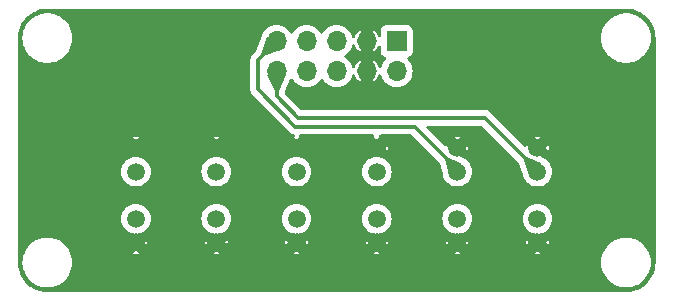
<source format=gbr>
%TF.GenerationSoftware,KiCad,Pcbnew,8.0.5*%
%TF.CreationDate,2025-06-06T09:51:35+09:00*%
%TF.ProjectId,e-con_hub,652d636f-6e5f-4687-9562-2e6b69636164,rev?*%
%TF.SameCoordinates,Original*%
%TF.FileFunction,Copper,L1,Top*%
%TF.FilePolarity,Positive*%
%FSLAX46Y46*%
G04 Gerber Fmt 4.6, Leading zero omitted, Abs format (unit mm)*
G04 Created by KiCad (PCBNEW 8.0.5) date 2025-06-06 09:51:35*
%MOMM*%
%LPD*%
G01*
G04 APERTURE LIST*
%TA.AperFunction,ComponentPad*%
%ADD10C,1.500000*%
%TD*%
%TA.AperFunction,ComponentPad*%
%ADD11R,1.700000X1.700000*%
%TD*%
%TA.AperFunction,ComponentPad*%
%ADD12O,1.700000X1.700000*%
%TD*%
%TA.AperFunction,ViaPad*%
%ADD13C,0.600000*%
%TD*%
%TA.AperFunction,Conductor*%
%ADD14C,0.300000*%
%TD*%
%TA.AperFunction,Conductor*%
%ADD15C,0.500000*%
%TD*%
G04 APERTURE END LIST*
D10*
%TO.P,J3,24V,24V*%
%TO.N,+24V*%
X151100000Y-101300000D03*
%TO.P,J3,GND,GND*%
%TO.N,GND*%
X151100000Y-99300000D03*
%TO.P,J3,NC,NC*%
X151100000Y-95300000D03*
X151100000Y-103300000D03*
%TO.P,J3,Sign,Sign*%
%TO.N,Net-(J7-Pin_7)*%
X151100000Y-97300000D03*
%TD*%
%TO.P,J5,24V,24V*%
%TO.N,+24V*%
X164700000Y-101300000D03*
%TO.P,J5,GND,GND*%
%TO.N,GND*%
X164700000Y-99300000D03*
%TO.P,J5,NC,NC*%
X164700000Y-95300000D03*
X164700000Y-103300000D03*
%TO.P,J5,Sign,Sign*%
%TO.N,Net-(J7-Pin_9)*%
X164700000Y-97300000D03*
%TD*%
%TO.P,J4,24V,24V*%
%TO.N,+24V*%
X157900000Y-101300000D03*
%TO.P,J4,GND,GND*%
%TO.N,GND*%
X157900000Y-99300000D03*
%TO.P,J4,NC,NC*%
X157900000Y-95300000D03*
X157900000Y-103300000D03*
%TO.P,J4,Sign,Sign*%
%TO.N,Net-(J7-Pin_8)*%
X157900000Y-97300000D03*
%TD*%
%TO.P,J6,24V,24V*%
%TO.N,+24V*%
X171500000Y-101300000D03*
%TO.P,J6,GND,GND*%
%TO.N,GND*%
X171500000Y-99300000D03*
%TO.P,J6,NC,NC*%
X171500000Y-95300000D03*
X171500000Y-103300000D03*
%TO.P,J6,Sign,Sign*%
%TO.N,Net-(J7-Pin_10)*%
X171500000Y-97300000D03*
%TD*%
D11*
%TO.P,J7,1,Pin_1*%
%TO.N,+24V*%
X159580000Y-86250000D03*
D12*
%TO.P,J7,2,Pin_2*%
X159580000Y-88790000D03*
%TO.P,J7,3,Pin_3*%
%TO.N,GND*%
X157040000Y-86250000D03*
%TO.P,J7,4,Pin_4*%
X157040000Y-88790000D03*
%TO.P,J7,5,Pin_5*%
%TO.N,Net-(J7-Pin_5)*%
X154500000Y-86250000D03*
%TO.P,J7,6,Pin_6*%
%TO.N,Net-(J7-Pin_6)*%
X154500000Y-88790000D03*
%TO.P,J7,7,Pin_7*%
%TO.N,Net-(J7-Pin_7)*%
X151960000Y-86250000D03*
%TO.P,J7,8,Pin_8*%
%TO.N,Net-(J7-Pin_8)*%
X151960000Y-88790000D03*
%TO.P,J7,9,Pin_9*%
%TO.N,Net-(J7-Pin_9)*%
X149420000Y-86250000D03*
%TO.P,J7,10,Pin_10*%
%TO.N,Net-(J7-Pin_10)*%
X149420000Y-88790000D03*
%TD*%
D10*
%TO.P,J2,24V,24V*%
%TO.N,+24V*%
X144300000Y-101300000D03*
%TO.P,J2,GND,GND*%
%TO.N,GND*%
X144300000Y-99300000D03*
%TO.P,J2,NC,NC*%
X144300000Y-95300000D03*
X144300000Y-103300000D03*
%TO.P,J2,Sign,Sign*%
%TO.N,Net-(J7-Pin_6)*%
X144300000Y-97300000D03*
%TD*%
%TO.P,J1,24V,24V*%
%TO.N,+24V*%
X137500000Y-101300000D03*
%TO.P,J1,GND,GND*%
%TO.N,GND*%
X137500000Y-99300000D03*
%TO.P,J1,NC,NC*%
X137500000Y-95300000D03*
X137500000Y-103300000D03*
%TO.P,J1,Sign,Sign*%
%TO.N,Net-(J7-Pin_5)*%
X137500000Y-97300000D03*
%TD*%
D13*
%TO.N,GND*%
X170500000Y-91000000D03*
X155000000Y-91250000D03*
X152000000Y-91250000D03*
X160330000Y-84000000D03*
X177621320Y-99500000D03*
X152100000Y-107000000D03*
X161500000Y-86750000D03*
X180750000Y-101000000D03*
X154750000Y-84000000D03*
X180750000Y-95000000D03*
X128750000Y-89000000D03*
X146580000Y-88500000D03*
X128750000Y-95000000D03*
X172250000Y-86750000D03*
X171750000Y-84000000D03*
X148000000Y-92250000D03*
X177621320Y-92500000D03*
X146000000Y-85750000D03*
X128750000Y-101000000D03*
X141800000Y-84000000D03*
X132750000Y-107000000D03*
X180750000Y-89000000D03*
X162100000Y-107000000D03*
X143500000Y-85750000D03*
X135000000Y-93200000D03*
X132750000Y-84000000D03*
X142100000Y-107000000D03*
X161500000Y-91000000D03*
X172100000Y-107000000D03*
%TD*%
D14*
%TO.N,GND*%
X158580000Y-91750000D02*
X157040000Y-90210000D01*
X171000000Y-91750000D02*
X158580000Y-91750000D01*
X173600000Y-94350000D02*
X171000000Y-91750000D01*
X173600000Y-98100000D02*
X173600000Y-94350000D01*
X172400000Y-99300000D02*
X173600000Y-98100000D01*
X157040000Y-90210000D02*
X157040000Y-86250000D01*
X171500000Y-99300000D02*
X172400000Y-99300000D01*
%TO.N,Net-(J7-Pin_10)*%
X149420000Y-90920000D02*
X149420000Y-88790000D01*
X151250000Y-92750000D02*
X149420000Y-90920000D01*
X167050000Y-92750000D02*
X151250000Y-92750000D01*
X171500000Y-97200000D02*
X167050000Y-92750000D01*
%TO.N,Net-(J7-Pin_9)*%
X147830000Y-87840000D02*
X149420000Y-86250000D01*
X151000000Y-93500000D02*
X147830000Y-90330000D01*
X147830000Y-90330000D02*
X147830000Y-87840000D01*
X164700000Y-97100000D02*
X161100000Y-93500000D01*
X164700000Y-97300000D02*
X164700000Y-97100000D01*
X161100000Y-93500000D02*
X151000000Y-93500000D01*
%TO.N,GND*%
X134900000Y-98700000D02*
X135500000Y-99300000D01*
X137500000Y-95300000D02*
X136100000Y-95300000D01*
X135200000Y-103300000D02*
X137500000Y-103300000D01*
D15*
X137500000Y-99300000D02*
X171500000Y-99300000D01*
D14*
X135000000Y-99600000D02*
X135000000Y-103100000D01*
X136100000Y-95300000D02*
X134900000Y-96500000D01*
X135000000Y-103100000D02*
X135200000Y-103300000D01*
X137500000Y-99300000D02*
X135300000Y-99300000D01*
X135500000Y-99300000D02*
X137500000Y-99300000D01*
X134900000Y-96500000D02*
X134900000Y-98700000D01*
X135300000Y-99300000D02*
X135000000Y-99600000D01*
X157900000Y-95300000D02*
X137500000Y-95300000D01*
%TD*%
%TA.AperFunction,Conductor*%
%TO.N,GND*%
G36*
X157540000Y-87173326D02*
G01*
X157626173Y-87127266D01*
X157786055Y-86996055D01*
X157917267Y-86836173D01*
X157917269Y-86836170D01*
X157996141Y-86688609D01*
X158045103Y-86638764D01*
X158113241Y-86623303D01*
X158178921Y-86647134D01*
X158221290Y-86702691D01*
X158229500Y-86747061D01*
X158229500Y-87147870D01*
X158229501Y-87147876D01*
X158235908Y-87207483D01*
X158286202Y-87342328D01*
X158286206Y-87342335D01*
X158372452Y-87457544D01*
X158372455Y-87457547D01*
X158487664Y-87543793D01*
X158487671Y-87543797D01*
X158619081Y-87592810D01*
X158675015Y-87634681D01*
X158699432Y-87700145D01*
X158684580Y-87768418D01*
X158663430Y-87796673D01*
X158541503Y-87918600D01*
X158405965Y-88112169D01*
X158405964Y-88112171D01*
X158306098Y-88326335D01*
X158306095Y-88326342D01*
X158273321Y-88448657D01*
X158236956Y-88508317D01*
X158174109Y-88538846D01*
X158104733Y-88530551D01*
X158050855Y-88486066D01*
X158034885Y-88452558D01*
X158014765Y-88386233D01*
X157917271Y-88203833D01*
X157917267Y-88203826D01*
X157786055Y-88043944D01*
X157626173Y-87912732D01*
X157626166Y-87912727D01*
X157540000Y-87866671D01*
X157540000Y-88724174D01*
X157505925Y-88597007D01*
X157440099Y-88482993D01*
X157347007Y-88389901D01*
X157232993Y-88324075D01*
X157105826Y-88290000D01*
X156974174Y-88290000D01*
X156847007Y-88324075D01*
X156732993Y-88389901D01*
X156639901Y-88482993D01*
X156574075Y-88597007D01*
X156540000Y-88724174D01*
X156540000Y-87866671D01*
X156539999Y-87866671D01*
X156453833Y-87912727D01*
X156453826Y-87912732D01*
X156293944Y-88043944D01*
X156162732Y-88203826D01*
X156162728Y-88203833D01*
X156065232Y-88386236D01*
X156045113Y-88452559D01*
X156006815Y-88510997D01*
X155943003Y-88539454D01*
X155873936Y-88528893D01*
X155821543Y-88482668D01*
X155806678Y-88448656D01*
X155773905Y-88326344D01*
X155773904Y-88326342D01*
X155773903Y-88326337D01*
X155674035Y-88112171D01*
X155668425Y-88104158D01*
X155538494Y-87918597D01*
X155371402Y-87751506D01*
X155371396Y-87751501D01*
X155185842Y-87621575D01*
X155142217Y-87566998D01*
X155135023Y-87497500D01*
X155166546Y-87435145D01*
X155185842Y-87418425D01*
X155208026Y-87402891D01*
X155371401Y-87288495D01*
X155538495Y-87121401D01*
X155674035Y-86927830D01*
X155773903Y-86713663D01*
X155806678Y-86591342D01*
X155843042Y-86531683D01*
X155905889Y-86501153D01*
X155975265Y-86509447D01*
X156029143Y-86553932D01*
X156045113Y-86587440D01*
X156065232Y-86653763D01*
X156162728Y-86836166D01*
X156162732Y-86836173D01*
X156293944Y-86996055D01*
X156453826Y-87127266D01*
X156540000Y-87173326D01*
X156540000Y-86315826D01*
X156574075Y-86442993D01*
X156639901Y-86557007D01*
X156732993Y-86650099D01*
X156847007Y-86715925D01*
X156974174Y-86750000D01*
X157105826Y-86750000D01*
X157232993Y-86715925D01*
X157347007Y-86650099D01*
X157440099Y-86557007D01*
X157505925Y-86442993D01*
X157540000Y-86315826D01*
X157540000Y-87173326D01*
G37*
%TD.AperFunction*%
%TA.AperFunction,Conductor*%
G36*
X179003736Y-83500726D02*
G01*
X179293796Y-83518271D01*
X179308659Y-83520076D01*
X179590798Y-83571780D01*
X179605335Y-83575363D01*
X179879172Y-83660695D01*
X179893163Y-83666000D01*
X180154743Y-83783727D01*
X180167989Y-83790680D01*
X180413465Y-83939075D01*
X180425776Y-83947573D01*
X180513319Y-84016158D01*
X180651573Y-84124473D01*
X180662781Y-84134403D01*
X180865596Y-84337218D01*
X180875526Y-84348426D01*
X180995481Y-84501538D01*
X181052422Y-84574217D01*
X181060926Y-84586537D01*
X181112168Y-84671302D01*
X181209316Y-84832004D01*
X181216275Y-84845263D01*
X181333997Y-85106831D01*
X181339306Y-85120832D01*
X181424635Y-85394663D01*
X181428219Y-85409201D01*
X181479923Y-85691340D01*
X181481728Y-85706205D01*
X181499274Y-85996263D01*
X181499500Y-86003750D01*
X181499500Y-104996249D01*
X181499274Y-105003736D01*
X181481728Y-105293794D01*
X181479923Y-105308659D01*
X181428219Y-105590798D01*
X181424635Y-105605336D01*
X181339306Y-105879167D01*
X181333997Y-105893168D01*
X181216275Y-106154736D01*
X181209316Y-106167995D01*
X181060928Y-106413459D01*
X181052422Y-106425782D01*
X180875526Y-106651573D01*
X180865596Y-106662781D01*
X180662781Y-106865596D01*
X180651573Y-106875526D01*
X180425782Y-107052422D01*
X180413459Y-107060928D01*
X180167995Y-107209316D01*
X180154736Y-107216275D01*
X179893168Y-107333997D01*
X179879167Y-107339306D01*
X179605336Y-107424635D01*
X179590798Y-107428219D01*
X179308659Y-107479923D01*
X179293794Y-107481728D01*
X179003736Y-107499274D01*
X178996249Y-107499500D01*
X130003751Y-107499500D01*
X129996264Y-107499274D01*
X129706205Y-107481728D01*
X129691340Y-107479923D01*
X129409201Y-107428219D01*
X129394663Y-107424635D01*
X129120832Y-107339306D01*
X129106831Y-107333997D01*
X128845263Y-107216275D01*
X128832004Y-107209316D01*
X128586540Y-107060928D01*
X128574217Y-107052422D01*
X128348426Y-106875526D01*
X128337218Y-106865596D01*
X128134403Y-106662781D01*
X128124473Y-106651573D01*
X127947573Y-106425776D01*
X127939075Y-106413465D01*
X127790680Y-106167989D01*
X127783727Y-106154743D01*
X127666000Y-105893163D01*
X127660693Y-105879167D01*
X127648113Y-105838797D01*
X127575363Y-105605335D01*
X127571780Y-105590798D01*
X127520075Y-105308657D01*
X127518271Y-105293794D01*
X127500726Y-105003736D01*
X127500613Y-105000000D01*
X127894592Y-105000000D01*
X127914201Y-105286680D01*
X127972666Y-105568034D01*
X127972667Y-105568037D01*
X128068894Y-105838793D01*
X128068893Y-105838793D01*
X128201098Y-106093935D01*
X128366812Y-106328700D01*
X128445972Y-106413459D01*
X128562947Y-106538708D01*
X128701677Y-106651573D01*
X128785853Y-106720055D01*
X129031382Y-106869365D01*
X129218237Y-106950526D01*
X129294942Y-106983844D01*
X129571642Y-107061371D01*
X129821920Y-107095771D01*
X129856321Y-107100500D01*
X129856322Y-107100500D01*
X130143679Y-107100500D01*
X130174370Y-107096281D01*
X130428358Y-107061371D01*
X130705058Y-106983844D01*
X130818015Y-106934779D01*
X130968617Y-106869365D01*
X130968620Y-106869363D01*
X130968625Y-106869361D01*
X131214147Y-106720055D01*
X131437053Y-106538708D01*
X131633189Y-106328698D01*
X131798901Y-106093936D01*
X131931104Y-105838797D01*
X132027334Y-105568032D01*
X132085798Y-105286686D01*
X132105408Y-105000000D01*
X176894592Y-105000000D01*
X176914201Y-105286680D01*
X176972666Y-105568034D01*
X176972667Y-105568037D01*
X177068894Y-105838793D01*
X177068893Y-105838793D01*
X177201098Y-106093935D01*
X177366812Y-106328700D01*
X177445972Y-106413459D01*
X177562947Y-106538708D01*
X177701677Y-106651573D01*
X177785853Y-106720055D01*
X178031382Y-106869365D01*
X178218237Y-106950526D01*
X178294942Y-106983844D01*
X178571642Y-107061371D01*
X178821920Y-107095771D01*
X178856321Y-107100500D01*
X178856322Y-107100500D01*
X179143679Y-107100500D01*
X179174370Y-107096281D01*
X179428358Y-107061371D01*
X179705058Y-106983844D01*
X179818015Y-106934779D01*
X179968617Y-106869365D01*
X179968620Y-106869363D01*
X179968625Y-106869361D01*
X180214147Y-106720055D01*
X180437053Y-106538708D01*
X180633189Y-106328698D01*
X180798901Y-106093936D01*
X180931104Y-105838797D01*
X181027334Y-105568032D01*
X181085798Y-105286686D01*
X181105408Y-105000000D01*
X181085798Y-104713314D01*
X181027334Y-104431968D01*
X180931105Y-104161206D01*
X180931106Y-104161206D01*
X180798901Y-103906064D01*
X180633187Y-103671299D01*
X180554554Y-103587105D01*
X180437053Y-103461292D01*
X180214147Y-103279945D01*
X180214146Y-103279944D01*
X179968617Y-103130634D01*
X179705063Y-103016158D01*
X179705061Y-103016157D01*
X179705058Y-103016156D01*
X179575578Y-102979877D01*
X179428364Y-102938630D01*
X179428359Y-102938629D01*
X179428358Y-102938629D01*
X179286018Y-102919064D01*
X179143679Y-102899500D01*
X179143678Y-102899500D01*
X178856322Y-102899500D01*
X178856321Y-102899500D01*
X178571642Y-102938629D01*
X178571635Y-102938630D01*
X178363861Y-102996845D01*
X178294942Y-103016156D01*
X178294939Y-103016156D01*
X178294936Y-103016158D01*
X178294935Y-103016158D01*
X178031382Y-103130634D01*
X177785853Y-103279944D01*
X177562950Y-103461289D01*
X177366812Y-103671299D01*
X177201098Y-103906064D01*
X177068894Y-104161206D01*
X176972667Y-104431962D01*
X176972666Y-104431965D01*
X176914201Y-104713319D01*
X176894592Y-105000000D01*
X132105408Y-105000000D01*
X132085798Y-104713314D01*
X132027334Y-104431968D01*
X131954227Y-104226265D01*
X137280838Y-104226265D01*
X137313767Y-104236255D01*
X137500000Y-104254596D01*
X137686233Y-104236255D01*
X137686234Y-104236254D01*
X137719160Y-104226266D01*
X137719160Y-104226265D01*
X144080838Y-104226265D01*
X144113767Y-104236255D01*
X144300000Y-104254596D01*
X144486233Y-104236255D01*
X144486234Y-104236254D01*
X144519160Y-104226266D01*
X144519160Y-104226265D01*
X150880838Y-104226265D01*
X150913767Y-104236255D01*
X151100000Y-104254596D01*
X151286233Y-104236255D01*
X151286234Y-104236254D01*
X151319160Y-104226266D01*
X151319160Y-104226265D01*
X157680838Y-104226265D01*
X157713767Y-104236255D01*
X157900000Y-104254596D01*
X158086233Y-104236255D01*
X158086234Y-104236254D01*
X158119160Y-104226266D01*
X158119160Y-104226265D01*
X164480838Y-104226265D01*
X164513767Y-104236255D01*
X164700000Y-104254596D01*
X164886233Y-104236255D01*
X164886234Y-104236254D01*
X164919160Y-104226266D01*
X164919160Y-104226265D01*
X171280838Y-104226265D01*
X171313767Y-104236255D01*
X171500000Y-104254596D01*
X171686233Y-104236255D01*
X171686234Y-104236254D01*
X171719160Y-104226266D01*
X171719160Y-104226265D01*
X171496531Y-104003636D01*
X171483350Y-104012443D01*
X171480315Y-104022781D01*
X171463681Y-104043423D01*
X171280838Y-104226265D01*
X164919160Y-104226265D01*
X164696531Y-104003636D01*
X164683350Y-104012443D01*
X164680315Y-104022781D01*
X164663681Y-104043423D01*
X164480838Y-104226265D01*
X158119160Y-104226265D01*
X157896531Y-104003636D01*
X157883350Y-104012443D01*
X157880315Y-104022781D01*
X157863681Y-104043423D01*
X157680838Y-104226265D01*
X151319160Y-104226265D01*
X151096531Y-104003636D01*
X151083350Y-104012443D01*
X151080315Y-104022781D01*
X151063681Y-104043423D01*
X150880838Y-104226265D01*
X144519160Y-104226265D01*
X144296531Y-104003636D01*
X144283350Y-104012443D01*
X144280315Y-104022781D01*
X144263681Y-104043423D01*
X144080838Y-104226265D01*
X137719160Y-104226265D01*
X137496531Y-104003636D01*
X137483350Y-104012443D01*
X137480315Y-104022781D01*
X137463681Y-104043423D01*
X137280838Y-104226265D01*
X131954227Y-104226265D01*
X131931105Y-104161206D01*
X131931106Y-104161206D01*
X131798901Y-103906064D01*
X131633187Y-103671299D01*
X131554554Y-103587105D01*
X131437053Y-103461292D01*
X131238798Y-103300000D01*
X136545403Y-103300000D01*
X136563744Y-103486230D01*
X136573733Y-103519159D01*
X136792893Y-103299999D01*
X136792892Y-103299998D01*
X136727068Y-103234174D01*
X137000000Y-103234174D01*
X137000000Y-103365826D01*
X137034075Y-103492993D01*
X137099901Y-103607007D01*
X137192993Y-103700099D01*
X137307007Y-103765925D01*
X137434174Y-103800000D01*
X137565826Y-103800000D01*
X137692993Y-103765925D01*
X137807007Y-103700099D01*
X137900099Y-103607007D01*
X137965925Y-103492993D01*
X138000000Y-103365826D01*
X138000000Y-103296531D01*
X138203636Y-103296531D01*
X138426265Y-103519160D01*
X138426266Y-103519160D01*
X138436254Y-103486234D01*
X138436255Y-103486233D01*
X138454596Y-103300000D01*
X143345403Y-103300000D01*
X143363744Y-103486230D01*
X143373733Y-103519159D01*
X143592893Y-103299999D01*
X143592892Y-103299998D01*
X143527068Y-103234174D01*
X143800000Y-103234174D01*
X143800000Y-103365826D01*
X143834075Y-103492993D01*
X143899901Y-103607007D01*
X143992993Y-103700099D01*
X144107007Y-103765925D01*
X144234174Y-103800000D01*
X144365826Y-103800000D01*
X144492993Y-103765925D01*
X144607007Y-103700099D01*
X144700099Y-103607007D01*
X144765925Y-103492993D01*
X144800000Y-103365826D01*
X144800000Y-103296531D01*
X145003636Y-103296531D01*
X145226265Y-103519160D01*
X145226266Y-103519160D01*
X145236254Y-103486234D01*
X145236255Y-103486233D01*
X145254596Y-103300000D01*
X150145403Y-103300000D01*
X150163744Y-103486230D01*
X150173733Y-103519159D01*
X150392893Y-103299999D01*
X150392892Y-103299998D01*
X150327068Y-103234174D01*
X150600000Y-103234174D01*
X150600000Y-103365826D01*
X150634075Y-103492993D01*
X150699901Y-103607007D01*
X150792993Y-103700099D01*
X150907007Y-103765925D01*
X151034174Y-103800000D01*
X151165826Y-103800000D01*
X151292993Y-103765925D01*
X151407007Y-103700099D01*
X151500099Y-103607007D01*
X151565925Y-103492993D01*
X151600000Y-103365826D01*
X151600000Y-103296531D01*
X151803636Y-103296531D01*
X152026265Y-103519160D01*
X152026266Y-103519160D01*
X152036254Y-103486234D01*
X152036255Y-103486233D01*
X152054596Y-103300000D01*
X156945403Y-103300000D01*
X156963744Y-103486230D01*
X156973733Y-103519159D01*
X157192893Y-103299999D01*
X157192892Y-103299998D01*
X157127068Y-103234174D01*
X157400000Y-103234174D01*
X157400000Y-103365826D01*
X157434075Y-103492993D01*
X157499901Y-103607007D01*
X157592993Y-103700099D01*
X157707007Y-103765925D01*
X157834174Y-103800000D01*
X157965826Y-103800000D01*
X158092993Y-103765925D01*
X158207007Y-103700099D01*
X158300099Y-103607007D01*
X158365925Y-103492993D01*
X158400000Y-103365826D01*
X158400000Y-103296531D01*
X158603636Y-103296531D01*
X158826266Y-103519160D01*
X158836254Y-103486234D01*
X158836255Y-103486233D01*
X158854596Y-103300000D01*
X163745403Y-103300000D01*
X163763744Y-103486230D01*
X163773733Y-103519159D01*
X163992893Y-103299999D01*
X163992892Y-103299998D01*
X163927068Y-103234174D01*
X164200000Y-103234174D01*
X164200000Y-103365826D01*
X164234075Y-103492993D01*
X164299901Y-103607007D01*
X164392993Y-103700099D01*
X164507007Y-103765925D01*
X164634174Y-103800000D01*
X164765826Y-103800000D01*
X164892993Y-103765925D01*
X165007007Y-103700099D01*
X165100099Y-103607007D01*
X165165925Y-103492993D01*
X165200000Y-103365826D01*
X165200000Y-103296531D01*
X165403636Y-103296531D01*
X165626266Y-103519160D01*
X165636254Y-103486234D01*
X165636255Y-103486233D01*
X165654596Y-103300000D01*
X170545403Y-103300000D01*
X170563744Y-103486230D01*
X170573733Y-103519159D01*
X170792893Y-103299999D01*
X170792892Y-103299998D01*
X170727068Y-103234174D01*
X171000000Y-103234174D01*
X171000000Y-103365826D01*
X171034075Y-103492993D01*
X171099901Y-103607007D01*
X171192993Y-103700099D01*
X171307007Y-103765925D01*
X171434174Y-103800000D01*
X171565826Y-103800000D01*
X171692993Y-103765925D01*
X171807007Y-103700099D01*
X171900099Y-103607007D01*
X171965925Y-103492993D01*
X172000000Y-103365826D01*
X172000000Y-103296531D01*
X172203636Y-103296531D01*
X172426265Y-103519160D01*
X172426266Y-103519160D01*
X172436254Y-103486234D01*
X172436255Y-103486233D01*
X172454596Y-103300000D01*
X172436255Y-103113767D01*
X172426265Y-103080839D01*
X172426265Y-103080838D01*
X172243424Y-103263681D01*
X172215339Y-103279016D01*
X172203636Y-103296531D01*
X172000000Y-103296531D01*
X172000000Y-103234174D01*
X171965925Y-103107007D01*
X171900099Y-102992993D01*
X171807007Y-102899901D01*
X171692993Y-102834075D01*
X171565826Y-102800000D01*
X171434174Y-102800000D01*
X171307007Y-102834075D01*
X171192993Y-102899901D01*
X171099901Y-102992993D01*
X171034075Y-103107007D01*
X171000000Y-103234174D01*
X170727068Y-103234174D01*
X170573733Y-103080838D01*
X170573732Y-103080839D01*
X170563746Y-103113762D01*
X170563744Y-103113772D01*
X170545403Y-103300000D01*
X165654596Y-103300000D01*
X165636255Y-103113767D01*
X165626265Y-103080839D01*
X165626265Y-103080838D01*
X165443424Y-103263681D01*
X165415339Y-103279016D01*
X165403636Y-103296531D01*
X165200000Y-103296531D01*
X165200000Y-103234174D01*
X165165925Y-103107007D01*
X165100099Y-102992993D01*
X165007007Y-102899901D01*
X164892993Y-102834075D01*
X164765826Y-102800000D01*
X164634174Y-102800000D01*
X164507007Y-102834075D01*
X164392993Y-102899901D01*
X164299901Y-102992993D01*
X164234075Y-103107007D01*
X164200000Y-103234174D01*
X163927068Y-103234174D01*
X163773733Y-103080838D01*
X163773732Y-103080839D01*
X163763746Y-103113762D01*
X163763744Y-103113772D01*
X163745403Y-103300000D01*
X158854596Y-103300000D01*
X158836255Y-103113767D01*
X158826265Y-103080839D01*
X158826265Y-103080838D01*
X158643424Y-103263681D01*
X158615339Y-103279016D01*
X158603636Y-103296531D01*
X158400000Y-103296531D01*
X158400000Y-103234174D01*
X158365925Y-103107007D01*
X158300099Y-102992993D01*
X158207007Y-102899901D01*
X158092993Y-102834075D01*
X157965826Y-102800000D01*
X157834174Y-102800000D01*
X157707007Y-102834075D01*
X157592993Y-102899901D01*
X157499901Y-102992993D01*
X157434075Y-103107007D01*
X157400000Y-103234174D01*
X157127068Y-103234174D01*
X156973733Y-103080838D01*
X156973732Y-103080839D01*
X156963746Y-103113762D01*
X156963744Y-103113772D01*
X156945403Y-103300000D01*
X152054596Y-103300000D01*
X152036255Y-103113767D01*
X152026265Y-103080839D01*
X152026265Y-103080838D01*
X151843424Y-103263681D01*
X151815339Y-103279016D01*
X151803636Y-103296531D01*
X151600000Y-103296531D01*
X151600000Y-103234174D01*
X151565925Y-103107007D01*
X151500099Y-102992993D01*
X151407007Y-102899901D01*
X151292993Y-102834075D01*
X151165826Y-102800000D01*
X151034174Y-102800000D01*
X150907007Y-102834075D01*
X150792993Y-102899901D01*
X150699901Y-102992993D01*
X150634075Y-103107007D01*
X150600000Y-103234174D01*
X150327068Y-103234174D01*
X150173733Y-103080838D01*
X150173732Y-103080839D01*
X150163746Y-103113762D01*
X150163744Y-103113772D01*
X150145403Y-103300000D01*
X145254596Y-103300000D01*
X145236255Y-103113767D01*
X145226265Y-103080839D01*
X145226265Y-103080838D01*
X145043424Y-103263681D01*
X145015339Y-103279016D01*
X145003636Y-103296531D01*
X144800000Y-103296531D01*
X144800000Y-103234174D01*
X144765925Y-103107007D01*
X144700099Y-102992993D01*
X144607007Y-102899901D01*
X144492993Y-102834075D01*
X144365826Y-102800000D01*
X144234174Y-102800000D01*
X144107007Y-102834075D01*
X143992993Y-102899901D01*
X143899901Y-102992993D01*
X143834075Y-103107007D01*
X143800000Y-103234174D01*
X143527068Y-103234174D01*
X143373733Y-103080838D01*
X143373732Y-103080839D01*
X143363746Y-103113762D01*
X143363744Y-103113772D01*
X143345403Y-103300000D01*
X138454596Y-103300000D01*
X138436255Y-103113767D01*
X138426265Y-103080839D01*
X138426265Y-103080838D01*
X138243424Y-103263681D01*
X138215339Y-103279016D01*
X138203636Y-103296531D01*
X138000000Y-103296531D01*
X138000000Y-103234174D01*
X137965925Y-103107007D01*
X137900099Y-102992993D01*
X137807007Y-102899901D01*
X137692993Y-102834075D01*
X137565826Y-102800000D01*
X137434174Y-102800000D01*
X137307007Y-102834075D01*
X137192993Y-102899901D01*
X137099901Y-102992993D01*
X137034075Y-103107007D01*
X137000000Y-103234174D01*
X136727068Y-103234174D01*
X136573733Y-103080838D01*
X136573732Y-103080839D01*
X136563746Y-103113762D01*
X136563744Y-103113772D01*
X136545403Y-103300000D01*
X131238798Y-103300000D01*
X131214147Y-103279945D01*
X131214146Y-103279944D01*
X130968617Y-103130634D01*
X130705063Y-103016158D01*
X130705061Y-103016157D01*
X130705058Y-103016156D01*
X130575578Y-102979877D01*
X130428364Y-102938630D01*
X130428359Y-102938629D01*
X130428358Y-102938629D01*
X130286018Y-102919064D01*
X130143679Y-102899500D01*
X130143678Y-102899500D01*
X129856322Y-102899500D01*
X129856321Y-102899500D01*
X129571642Y-102938629D01*
X129571635Y-102938630D01*
X129363861Y-102996845D01*
X129294942Y-103016156D01*
X129294939Y-103016156D01*
X129294936Y-103016158D01*
X129294935Y-103016158D01*
X129031382Y-103130634D01*
X128785853Y-103279944D01*
X128562950Y-103461289D01*
X128366812Y-103671299D01*
X128201098Y-103906064D01*
X128068894Y-104161206D01*
X127972667Y-104431962D01*
X127972666Y-104431965D01*
X127914201Y-104713319D01*
X127894592Y-105000000D01*
X127500613Y-105000000D01*
X127500500Y-104996249D01*
X127500500Y-101299997D01*
X136244723Y-101299997D01*
X136244723Y-101300002D01*
X136263793Y-101517975D01*
X136263793Y-101517979D01*
X136320422Y-101729322D01*
X136320424Y-101729326D01*
X136320425Y-101729330D01*
X136366661Y-101828484D01*
X136412897Y-101927638D01*
X136412898Y-101927639D01*
X136538402Y-102106877D01*
X136693123Y-102261598D01*
X136872361Y-102387102D01*
X137070670Y-102479575D01*
X137282023Y-102536207D01*
X137413816Y-102547737D01*
X137478883Y-102573188D01*
X137490689Y-102583583D01*
X137499998Y-102592892D01*
X137509307Y-102583584D01*
X137570630Y-102550098D01*
X137586167Y-102547738D01*
X137717977Y-102536207D01*
X137929330Y-102479575D01*
X138127639Y-102387102D01*
X138306877Y-102261598D01*
X138461598Y-102106877D01*
X138587102Y-101927639D01*
X138679575Y-101729330D01*
X138736207Y-101517977D01*
X138755277Y-101300000D01*
X138755277Y-101299997D01*
X143044723Y-101299997D01*
X143044723Y-101300002D01*
X143063793Y-101517975D01*
X143063793Y-101517979D01*
X143120422Y-101729322D01*
X143120424Y-101729326D01*
X143120425Y-101729330D01*
X143166661Y-101828484D01*
X143212897Y-101927638D01*
X143212898Y-101927639D01*
X143338402Y-102106877D01*
X143493123Y-102261598D01*
X143672361Y-102387102D01*
X143870670Y-102479575D01*
X144082023Y-102536207D01*
X144213816Y-102547737D01*
X144278883Y-102573188D01*
X144290689Y-102583583D01*
X144299998Y-102592892D01*
X144309307Y-102583584D01*
X144370630Y-102550098D01*
X144386167Y-102547738D01*
X144517977Y-102536207D01*
X144729330Y-102479575D01*
X144927639Y-102387102D01*
X145106877Y-102261598D01*
X145261598Y-102106877D01*
X145387102Y-101927639D01*
X145479575Y-101729330D01*
X145536207Y-101517977D01*
X145555277Y-101300000D01*
X145555277Y-101299997D01*
X149844723Y-101299997D01*
X149844723Y-101300002D01*
X149863793Y-101517975D01*
X149863793Y-101517979D01*
X149920422Y-101729322D01*
X149920424Y-101729326D01*
X149920425Y-101729330D01*
X149966661Y-101828484D01*
X150012897Y-101927638D01*
X150012898Y-101927639D01*
X150138402Y-102106877D01*
X150293123Y-102261598D01*
X150472361Y-102387102D01*
X150670670Y-102479575D01*
X150882023Y-102536207D01*
X151013816Y-102547737D01*
X151078883Y-102573188D01*
X151090689Y-102583583D01*
X151099998Y-102592892D01*
X151109307Y-102583584D01*
X151170630Y-102550098D01*
X151186167Y-102547738D01*
X151317977Y-102536207D01*
X151529330Y-102479575D01*
X151727639Y-102387102D01*
X151906877Y-102261598D01*
X152061598Y-102106877D01*
X152187102Y-101927639D01*
X152279575Y-101729330D01*
X152336207Y-101517977D01*
X152355277Y-101300000D01*
X152355277Y-101299997D01*
X156644723Y-101299997D01*
X156644723Y-101300002D01*
X156663793Y-101517975D01*
X156663793Y-101517979D01*
X156720422Y-101729322D01*
X156720424Y-101729326D01*
X156720425Y-101729330D01*
X156766661Y-101828484D01*
X156812897Y-101927638D01*
X156812898Y-101927639D01*
X156938402Y-102106877D01*
X157093123Y-102261598D01*
X157272361Y-102387102D01*
X157470670Y-102479575D01*
X157682023Y-102536207D01*
X157813816Y-102547737D01*
X157878883Y-102573188D01*
X157890689Y-102583583D01*
X157899998Y-102592892D01*
X157909307Y-102583584D01*
X157970630Y-102550098D01*
X157986167Y-102547738D01*
X158117977Y-102536207D01*
X158329330Y-102479575D01*
X158527639Y-102387102D01*
X158706877Y-102261598D01*
X158861598Y-102106877D01*
X158987102Y-101927639D01*
X159079575Y-101729330D01*
X159136207Y-101517977D01*
X159155277Y-101300000D01*
X159155277Y-101299997D01*
X163444723Y-101299997D01*
X163444723Y-101300002D01*
X163463793Y-101517975D01*
X163463793Y-101517979D01*
X163520422Y-101729322D01*
X163520424Y-101729326D01*
X163520425Y-101729330D01*
X163566661Y-101828484D01*
X163612897Y-101927638D01*
X163612898Y-101927639D01*
X163738402Y-102106877D01*
X163893123Y-102261598D01*
X164072361Y-102387102D01*
X164270670Y-102479575D01*
X164482023Y-102536207D01*
X164613816Y-102547737D01*
X164678883Y-102573188D01*
X164690689Y-102583583D01*
X164699998Y-102592892D01*
X164709307Y-102583584D01*
X164770630Y-102550098D01*
X164786167Y-102547738D01*
X164917977Y-102536207D01*
X165129330Y-102479575D01*
X165327639Y-102387102D01*
X165506877Y-102261598D01*
X165661598Y-102106877D01*
X165787102Y-101927639D01*
X165879575Y-101729330D01*
X165936207Y-101517977D01*
X165955277Y-101300000D01*
X165955277Y-101299997D01*
X170244723Y-101299997D01*
X170244723Y-101300002D01*
X170263793Y-101517975D01*
X170263793Y-101517979D01*
X170320422Y-101729322D01*
X170320424Y-101729326D01*
X170320425Y-101729330D01*
X170366661Y-101828484D01*
X170412897Y-101927638D01*
X170412898Y-101927639D01*
X170538402Y-102106877D01*
X170693123Y-102261598D01*
X170872361Y-102387102D01*
X171070670Y-102479575D01*
X171282023Y-102536207D01*
X171413816Y-102547737D01*
X171478883Y-102573188D01*
X171490689Y-102583583D01*
X171499998Y-102592892D01*
X171509307Y-102583584D01*
X171570630Y-102550098D01*
X171586167Y-102547738D01*
X171717977Y-102536207D01*
X171929330Y-102479575D01*
X172127639Y-102387102D01*
X172306877Y-102261598D01*
X172461598Y-102106877D01*
X172587102Y-101927639D01*
X172679575Y-101729330D01*
X172736207Y-101517977D01*
X172755277Y-101300000D01*
X172736207Y-101082023D01*
X172679575Y-100870670D01*
X172587102Y-100672362D01*
X172587100Y-100672359D01*
X172587099Y-100672357D01*
X172461599Y-100493124D01*
X172461596Y-100493121D01*
X172306877Y-100338402D01*
X172127639Y-100212898D01*
X172127640Y-100212898D01*
X172127638Y-100212897D01*
X172028484Y-100166661D01*
X171929330Y-100120425D01*
X171929326Y-100120424D01*
X171929322Y-100120422D01*
X171717982Y-100063794D01*
X171717972Y-100063792D01*
X171586182Y-100052262D01*
X171521114Y-100026809D01*
X171509308Y-100016415D01*
X171496530Y-100003637D01*
X171477212Y-100016545D01*
X171442454Y-100030942D01*
X171427511Y-100043891D01*
X171386808Y-100054625D01*
X171282027Y-100063792D01*
X171282017Y-100063794D01*
X171070677Y-100120422D01*
X171070668Y-100120426D01*
X170872361Y-100212898D01*
X170872357Y-100212900D01*
X170693121Y-100338402D01*
X170538402Y-100493121D01*
X170412900Y-100672357D01*
X170412898Y-100672361D01*
X170320426Y-100870668D01*
X170320422Y-100870677D01*
X170263793Y-101082020D01*
X170263793Y-101082024D01*
X170244723Y-101299997D01*
X165955277Y-101299997D01*
X165936207Y-101082023D01*
X165879575Y-100870670D01*
X165787102Y-100672362D01*
X165787100Y-100672359D01*
X165787099Y-100672357D01*
X165661599Y-100493124D01*
X165661596Y-100493121D01*
X165506877Y-100338402D01*
X165327639Y-100212898D01*
X165327640Y-100212898D01*
X165327638Y-100212897D01*
X165228484Y-100166661D01*
X165129330Y-100120425D01*
X165129326Y-100120424D01*
X165129322Y-100120422D01*
X164917982Y-100063794D01*
X164917972Y-100063792D01*
X164786182Y-100052262D01*
X164721114Y-100026809D01*
X164709308Y-100016415D01*
X164696530Y-100003637D01*
X164677212Y-100016545D01*
X164642454Y-100030942D01*
X164627511Y-100043891D01*
X164586808Y-100054625D01*
X164482027Y-100063792D01*
X164482017Y-100063794D01*
X164270677Y-100120422D01*
X164270668Y-100120426D01*
X164072361Y-100212898D01*
X164072357Y-100212900D01*
X163893121Y-100338402D01*
X163738402Y-100493121D01*
X163612900Y-100672357D01*
X163612898Y-100672361D01*
X163520426Y-100870668D01*
X163520422Y-100870677D01*
X163463793Y-101082020D01*
X163463793Y-101082024D01*
X163444723Y-101299997D01*
X159155277Y-101299997D01*
X159136207Y-101082023D01*
X159079575Y-100870670D01*
X158987102Y-100672362D01*
X158987100Y-100672359D01*
X158987099Y-100672357D01*
X158861599Y-100493124D01*
X158861596Y-100493121D01*
X158706877Y-100338402D01*
X158527639Y-100212898D01*
X158527640Y-100212898D01*
X158527638Y-100212897D01*
X158428484Y-100166661D01*
X158329330Y-100120425D01*
X158329326Y-100120424D01*
X158329322Y-100120422D01*
X158117982Y-100063794D01*
X158117972Y-100063792D01*
X157986182Y-100052262D01*
X157921114Y-100026809D01*
X157909308Y-100016415D01*
X157896530Y-100003637D01*
X157877212Y-100016545D01*
X157842454Y-100030942D01*
X157827511Y-100043891D01*
X157786808Y-100054625D01*
X157682027Y-100063792D01*
X157682017Y-100063794D01*
X157470677Y-100120422D01*
X157470668Y-100120426D01*
X157272361Y-100212898D01*
X157272357Y-100212900D01*
X157093121Y-100338402D01*
X156938402Y-100493121D01*
X156812900Y-100672357D01*
X156812898Y-100672361D01*
X156720426Y-100870668D01*
X156720422Y-100870677D01*
X156663793Y-101082020D01*
X156663793Y-101082024D01*
X156644723Y-101299997D01*
X152355277Y-101299997D01*
X152336207Y-101082023D01*
X152279575Y-100870670D01*
X152187102Y-100672362D01*
X152187100Y-100672359D01*
X152187099Y-100672357D01*
X152061599Y-100493124D01*
X152061596Y-100493121D01*
X151906877Y-100338402D01*
X151727639Y-100212898D01*
X151727640Y-100212898D01*
X151727638Y-100212897D01*
X151628484Y-100166661D01*
X151529330Y-100120425D01*
X151529326Y-100120424D01*
X151529322Y-100120422D01*
X151317982Y-100063794D01*
X151317972Y-100063792D01*
X151186182Y-100052262D01*
X151121114Y-100026809D01*
X151109308Y-100016415D01*
X151096530Y-100003637D01*
X151077212Y-100016545D01*
X151042454Y-100030942D01*
X151027511Y-100043891D01*
X150986808Y-100054625D01*
X150882027Y-100063792D01*
X150882017Y-100063794D01*
X150670677Y-100120422D01*
X150670668Y-100120426D01*
X150472361Y-100212898D01*
X150472357Y-100212900D01*
X150293121Y-100338402D01*
X150138402Y-100493121D01*
X150012900Y-100672357D01*
X150012898Y-100672361D01*
X149920426Y-100870668D01*
X149920422Y-100870677D01*
X149863793Y-101082020D01*
X149863793Y-101082024D01*
X149844723Y-101299997D01*
X145555277Y-101299997D01*
X145536207Y-101082023D01*
X145479575Y-100870670D01*
X145387102Y-100672362D01*
X145387100Y-100672359D01*
X145387099Y-100672357D01*
X145261599Y-100493124D01*
X145261596Y-100493121D01*
X145106877Y-100338402D01*
X144927639Y-100212898D01*
X144927640Y-100212898D01*
X144927638Y-100212897D01*
X144828484Y-100166661D01*
X144729330Y-100120425D01*
X144729326Y-100120424D01*
X144729322Y-100120422D01*
X144517982Y-100063794D01*
X144517972Y-100063792D01*
X144386182Y-100052262D01*
X144321114Y-100026809D01*
X144309308Y-100016415D01*
X144296530Y-100003637D01*
X144277212Y-100016545D01*
X144242454Y-100030942D01*
X144227511Y-100043891D01*
X144186808Y-100054625D01*
X144082027Y-100063792D01*
X144082017Y-100063794D01*
X143870677Y-100120422D01*
X143870668Y-100120426D01*
X143672361Y-100212898D01*
X143672357Y-100212900D01*
X143493121Y-100338402D01*
X143338402Y-100493121D01*
X143212900Y-100672357D01*
X143212898Y-100672361D01*
X143120426Y-100870668D01*
X143120422Y-100870677D01*
X143063793Y-101082020D01*
X143063793Y-101082024D01*
X143044723Y-101299997D01*
X138755277Y-101299997D01*
X138736207Y-101082023D01*
X138679575Y-100870670D01*
X138587102Y-100672362D01*
X138587100Y-100672359D01*
X138587099Y-100672357D01*
X138461599Y-100493124D01*
X138461596Y-100493121D01*
X138306877Y-100338402D01*
X138127639Y-100212898D01*
X138127640Y-100212898D01*
X138127638Y-100212897D01*
X138028484Y-100166661D01*
X137929330Y-100120425D01*
X137929326Y-100120424D01*
X137929322Y-100120422D01*
X137717982Y-100063794D01*
X137717972Y-100063792D01*
X137586182Y-100052262D01*
X137521114Y-100026809D01*
X137509308Y-100016415D01*
X137496530Y-100003637D01*
X137477212Y-100016545D01*
X137442454Y-100030942D01*
X137427511Y-100043891D01*
X137386808Y-100054625D01*
X137282027Y-100063792D01*
X137282017Y-100063794D01*
X137070677Y-100120422D01*
X137070668Y-100120426D01*
X136872361Y-100212898D01*
X136872357Y-100212900D01*
X136693121Y-100338402D01*
X136538402Y-100493121D01*
X136412900Y-100672357D01*
X136412898Y-100672361D01*
X136320426Y-100870668D01*
X136320422Y-100870677D01*
X136263793Y-101082020D01*
X136263793Y-101082024D01*
X136244723Y-101299997D01*
X127500500Y-101299997D01*
X127500500Y-99300000D01*
X136545403Y-99300000D01*
X136563744Y-99486230D01*
X136573733Y-99519159D01*
X136792893Y-99299999D01*
X136792892Y-99299998D01*
X136727068Y-99234174D01*
X137000000Y-99234174D01*
X137000000Y-99365826D01*
X137034075Y-99492993D01*
X137099901Y-99607007D01*
X137192993Y-99700099D01*
X137307007Y-99765925D01*
X137434174Y-99800000D01*
X137565826Y-99800000D01*
X137692993Y-99765925D01*
X137807007Y-99700099D01*
X137900099Y-99607007D01*
X137965925Y-99492993D01*
X138000000Y-99365826D01*
X138000000Y-99296531D01*
X138203636Y-99296531D01*
X138426265Y-99519160D01*
X138426266Y-99519160D01*
X138436254Y-99486234D01*
X138436255Y-99486233D01*
X138454596Y-99300000D01*
X143345403Y-99300000D01*
X143363744Y-99486230D01*
X143373733Y-99519159D01*
X143592893Y-99299999D01*
X143592892Y-99299998D01*
X143527068Y-99234174D01*
X143800000Y-99234174D01*
X143800000Y-99365826D01*
X143834075Y-99492993D01*
X143899901Y-99607007D01*
X143992993Y-99700099D01*
X144107007Y-99765925D01*
X144234174Y-99800000D01*
X144365826Y-99800000D01*
X144492993Y-99765925D01*
X144607007Y-99700099D01*
X144700099Y-99607007D01*
X144765925Y-99492993D01*
X144800000Y-99365826D01*
X144800000Y-99296531D01*
X145003636Y-99296531D01*
X145226265Y-99519160D01*
X145226266Y-99519160D01*
X145236254Y-99486234D01*
X145236255Y-99486233D01*
X145254596Y-99300000D01*
X150145403Y-99300000D01*
X150163744Y-99486230D01*
X150173733Y-99519159D01*
X150392893Y-99299999D01*
X150392892Y-99299998D01*
X150327068Y-99234174D01*
X150600000Y-99234174D01*
X150600000Y-99365826D01*
X150634075Y-99492993D01*
X150699901Y-99607007D01*
X150792993Y-99700099D01*
X150907007Y-99765925D01*
X151034174Y-99800000D01*
X151165826Y-99800000D01*
X151292993Y-99765925D01*
X151407007Y-99700099D01*
X151500099Y-99607007D01*
X151565925Y-99492993D01*
X151600000Y-99365826D01*
X151600000Y-99296531D01*
X151803636Y-99296531D01*
X152026265Y-99519160D01*
X152026266Y-99519160D01*
X152036254Y-99486234D01*
X152036255Y-99486233D01*
X152054596Y-99300000D01*
X156945403Y-99300000D01*
X156963744Y-99486230D01*
X156973733Y-99519159D01*
X157192893Y-99299999D01*
X157192892Y-99299998D01*
X157127068Y-99234174D01*
X157400000Y-99234174D01*
X157400000Y-99365826D01*
X157434075Y-99492993D01*
X157499901Y-99607007D01*
X157592993Y-99700099D01*
X157707007Y-99765925D01*
X157834174Y-99800000D01*
X157965826Y-99800000D01*
X158092993Y-99765925D01*
X158207007Y-99700099D01*
X158300099Y-99607007D01*
X158365925Y-99492993D01*
X158400000Y-99365826D01*
X158400000Y-99296531D01*
X158603636Y-99296531D01*
X158826265Y-99519160D01*
X158826266Y-99519160D01*
X158836254Y-99486234D01*
X158836255Y-99486233D01*
X158854596Y-99300000D01*
X163745403Y-99300000D01*
X163763744Y-99486230D01*
X163773733Y-99519159D01*
X163992893Y-99299999D01*
X163992892Y-99299998D01*
X163927068Y-99234174D01*
X164200000Y-99234174D01*
X164200000Y-99365826D01*
X164234075Y-99492993D01*
X164299901Y-99607007D01*
X164392993Y-99700099D01*
X164507007Y-99765925D01*
X164634174Y-99800000D01*
X164765826Y-99800000D01*
X164892993Y-99765925D01*
X165007007Y-99700099D01*
X165100099Y-99607007D01*
X165165925Y-99492993D01*
X165200000Y-99365826D01*
X165200000Y-99296531D01*
X165403636Y-99296531D01*
X165626266Y-99519160D01*
X165636254Y-99486234D01*
X165636255Y-99486233D01*
X165654596Y-99300000D01*
X170545403Y-99300000D01*
X170563744Y-99486230D01*
X170573733Y-99519159D01*
X170792893Y-99299999D01*
X170792892Y-99299998D01*
X170727068Y-99234174D01*
X171000000Y-99234174D01*
X171000000Y-99365826D01*
X171034075Y-99492993D01*
X171099901Y-99607007D01*
X171192993Y-99700099D01*
X171307007Y-99765925D01*
X171434174Y-99800000D01*
X171565826Y-99800000D01*
X171692993Y-99765925D01*
X171807007Y-99700099D01*
X171900099Y-99607007D01*
X171965925Y-99492993D01*
X172000000Y-99365826D01*
X172000000Y-99296531D01*
X172203636Y-99296531D01*
X172426266Y-99519160D01*
X172436254Y-99486234D01*
X172436255Y-99486233D01*
X172454596Y-99300000D01*
X172436255Y-99113767D01*
X172426265Y-99080839D01*
X172426265Y-99080838D01*
X172243424Y-99263681D01*
X172215339Y-99279016D01*
X172203636Y-99296531D01*
X172000000Y-99296531D01*
X172000000Y-99234174D01*
X171965925Y-99107007D01*
X171900099Y-98992993D01*
X171807007Y-98899901D01*
X171692993Y-98834075D01*
X171565826Y-98800000D01*
X171434174Y-98800000D01*
X171307007Y-98834075D01*
X171192993Y-98899901D01*
X171099901Y-98992993D01*
X171034075Y-99107007D01*
X171000000Y-99234174D01*
X170727068Y-99234174D01*
X170573733Y-99080838D01*
X170573732Y-99080839D01*
X170563746Y-99113762D01*
X170563744Y-99113772D01*
X170545403Y-99300000D01*
X165654596Y-99300000D01*
X165636255Y-99113767D01*
X165626265Y-99080839D01*
X165626265Y-99080838D01*
X165443424Y-99263681D01*
X165415339Y-99279016D01*
X165403636Y-99296531D01*
X165200000Y-99296531D01*
X165200000Y-99234174D01*
X165165925Y-99107007D01*
X165100099Y-98992993D01*
X165007007Y-98899901D01*
X164892993Y-98834075D01*
X164765826Y-98800000D01*
X164634174Y-98800000D01*
X164507007Y-98834075D01*
X164392993Y-98899901D01*
X164299901Y-98992993D01*
X164234075Y-99107007D01*
X164200000Y-99234174D01*
X163927068Y-99234174D01*
X163773733Y-99080838D01*
X163773732Y-99080839D01*
X163763746Y-99113762D01*
X163763744Y-99113772D01*
X163745403Y-99300000D01*
X158854596Y-99300000D01*
X158836255Y-99113767D01*
X158826265Y-99080839D01*
X158826265Y-99080838D01*
X158643424Y-99263681D01*
X158615339Y-99279016D01*
X158603636Y-99296531D01*
X158400000Y-99296531D01*
X158400000Y-99234174D01*
X158365925Y-99107007D01*
X158300099Y-98992993D01*
X158207007Y-98899901D01*
X158092993Y-98834075D01*
X157965826Y-98800000D01*
X157834174Y-98800000D01*
X157707007Y-98834075D01*
X157592993Y-98899901D01*
X157499901Y-98992993D01*
X157434075Y-99107007D01*
X157400000Y-99234174D01*
X157127068Y-99234174D01*
X156973733Y-99080838D01*
X156973732Y-99080839D01*
X156963746Y-99113762D01*
X156963744Y-99113772D01*
X156945403Y-99300000D01*
X152054596Y-99300000D01*
X152036255Y-99113767D01*
X152026265Y-99080839D01*
X152026265Y-99080838D01*
X151843424Y-99263681D01*
X151815339Y-99279016D01*
X151803636Y-99296531D01*
X151600000Y-99296531D01*
X151600000Y-99234174D01*
X151565925Y-99107007D01*
X151500099Y-98992993D01*
X151407007Y-98899901D01*
X151292993Y-98834075D01*
X151165826Y-98800000D01*
X151034174Y-98800000D01*
X150907007Y-98834075D01*
X150792993Y-98899901D01*
X150699901Y-98992993D01*
X150634075Y-99107007D01*
X150600000Y-99234174D01*
X150327068Y-99234174D01*
X150173733Y-99080838D01*
X150173732Y-99080839D01*
X150163746Y-99113762D01*
X150163744Y-99113772D01*
X150145403Y-99300000D01*
X145254596Y-99300000D01*
X145236255Y-99113767D01*
X145226265Y-99080839D01*
X145226265Y-99080838D01*
X145043424Y-99263681D01*
X145015339Y-99279016D01*
X145003636Y-99296531D01*
X144800000Y-99296531D01*
X144800000Y-99234174D01*
X144765925Y-99107007D01*
X144700099Y-98992993D01*
X144607007Y-98899901D01*
X144492993Y-98834075D01*
X144365826Y-98800000D01*
X144234174Y-98800000D01*
X144107007Y-98834075D01*
X143992993Y-98899901D01*
X143899901Y-98992993D01*
X143834075Y-99107007D01*
X143800000Y-99234174D01*
X143527068Y-99234174D01*
X143373733Y-99080838D01*
X143373732Y-99080839D01*
X143363746Y-99113762D01*
X143363744Y-99113772D01*
X143345403Y-99300000D01*
X138454596Y-99300000D01*
X138436255Y-99113767D01*
X138426265Y-99080839D01*
X138426265Y-99080838D01*
X138243424Y-99263681D01*
X138215339Y-99279016D01*
X138203636Y-99296531D01*
X138000000Y-99296531D01*
X138000000Y-99234174D01*
X137965925Y-99107007D01*
X137900099Y-98992993D01*
X137807007Y-98899901D01*
X137692993Y-98834075D01*
X137565826Y-98800000D01*
X137434174Y-98800000D01*
X137307007Y-98834075D01*
X137192993Y-98899901D01*
X137099901Y-98992993D01*
X137034075Y-99107007D01*
X137000000Y-99234174D01*
X136727068Y-99234174D01*
X136573733Y-99080838D01*
X136573732Y-99080839D01*
X136563746Y-99113762D01*
X136563744Y-99113772D01*
X136545403Y-99300000D01*
X127500500Y-99300000D01*
X127500500Y-97300000D01*
X136244723Y-97300000D01*
X136262149Y-97499190D01*
X136263793Y-97517975D01*
X136263793Y-97517979D01*
X136320422Y-97729322D01*
X136320424Y-97729326D01*
X136320425Y-97729330D01*
X136341254Y-97773998D01*
X136412897Y-97927638D01*
X136412898Y-97927639D01*
X136538402Y-98106877D01*
X136693123Y-98261598D01*
X136872361Y-98387102D01*
X137070670Y-98479575D01*
X137282023Y-98536207D01*
X137413816Y-98547737D01*
X137478883Y-98573188D01*
X137490689Y-98583583D01*
X137499998Y-98592892D01*
X137509307Y-98583584D01*
X137570630Y-98550098D01*
X137586167Y-98547738D01*
X137717977Y-98536207D01*
X137929330Y-98479575D01*
X138127639Y-98387102D01*
X138306877Y-98261598D01*
X138461598Y-98106877D01*
X138587102Y-97927639D01*
X138679575Y-97729330D01*
X138736207Y-97517977D01*
X138755277Y-97300000D01*
X143044723Y-97300000D01*
X143062149Y-97499190D01*
X143063793Y-97517975D01*
X143063793Y-97517979D01*
X143120422Y-97729322D01*
X143120424Y-97729326D01*
X143120425Y-97729330D01*
X143141254Y-97773998D01*
X143212897Y-97927638D01*
X143212898Y-97927639D01*
X143338402Y-98106877D01*
X143493123Y-98261598D01*
X143672361Y-98387102D01*
X143870670Y-98479575D01*
X144082023Y-98536207D01*
X144213816Y-98547737D01*
X144278883Y-98573188D01*
X144290689Y-98583583D01*
X144299998Y-98592892D01*
X144309307Y-98583584D01*
X144370630Y-98550098D01*
X144386167Y-98547738D01*
X144517977Y-98536207D01*
X144729330Y-98479575D01*
X144927639Y-98387102D01*
X145106877Y-98261598D01*
X145261598Y-98106877D01*
X145387102Y-97927639D01*
X145479575Y-97729330D01*
X145536207Y-97517977D01*
X145555277Y-97300000D01*
X149844723Y-97300000D01*
X149862149Y-97499190D01*
X149863793Y-97517975D01*
X149863793Y-97517979D01*
X149920422Y-97729322D01*
X149920424Y-97729326D01*
X149920425Y-97729330D01*
X149941254Y-97773998D01*
X150012897Y-97927638D01*
X150012898Y-97927639D01*
X150138402Y-98106877D01*
X150293123Y-98261598D01*
X150472361Y-98387102D01*
X150670670Y-98479575D01*
X150882023Y-98536207D01*
X151013816Y-98547737D01*
X151078883Y-98573188D01*
X151090689Y-98583583D01*
X151099998Y-98592892D01*
X151109307Y-98583584D01*
X151170630Y-98550098D01*
X151186167Y-98547738D01*
X151317977Y-98536207D01*
X151529330Y-98479575D01*
X151727639Y-98387102D01*
X151906877Y-98261598D01*
X152061598Y-98106877D01*
X152187102Y-97927639D01*
X152279575Y-97729330D01*
X152336207Y-97517977D01*
X152355277Y-97300000D01*
X156644723Y-97300000D01*
X156662149Y-97499190D01*
X156663793Y-97517975D01*
X156663793Y-97517979D01*
X156720422Y-97729322D01*
X156720424Y-97729326D01*
X156720425Y-97729330D01*
X156741254Y-97773998D01*
X156812897Y-97927638D01*
X156812898Y-97927639D01*
X156938402Y-98106877D01*
X157093123Y-98261598D01*
X157272361Y-98387102D01*
X157470670Y-98479575D01*
X157682023Y-98536207D01*
X157813816Y-98547737D01*
X157878883Y-98573188D01*
X157890689Y-98583583D01*
X157899998Y-98592892D01*
X157909307Y-98583584D01*
X157970630Y-98550098D01*
X157986167Y-98547738D01*
X158117977Y-98536207D01*
X158329330Y-98479575D01*
X158527639Y-98387102D01*
X158706877Y-98261598D01*
X158861598Y-98106877D01*
X158987102Y-97927639D01*
X159079575Y-97729330D01*
X159136207Y-97517977D01*
X159155277Y-97300000D01*
X159136207Y-97082023D01*
X159079575Y-96870670D01*
X158987102Y-96672362D01*
X158987100Y-96672359D01*
X158987099Y-96672357D01*
X158861599Y-96493124D01*
X158861596Y-96493121D01*
X158706877Y-96338402D01*
X158527639Y-96212898D01*
X158527640Y-96212898D01*
X158527638Y-96212897D01*
X158405949Y-96156153D01*
X158329330Y-96120425D01*
X158329326Y-96120424D01*
X158329322Y-96120422D01*
X158117982Y-96063794D01*
X158117972Y-96063792D01*
X157986182Y-96052262D01*
X157921114Y-96026809D01*
X157909308Y-96016415D01*
X157896530Y-96003637D01*
X157877212Y-96016545D01*
X157842454Y-96030942D01*
X157827511Y-96043891D01*
X157786808Y-96054625D01*
X157682027Y-96063792D01*
X157682017Y-96063794D01*
X157470677Y-96120422D01*
X157470668Y-96120426D01*
X157272361Y-96212898D01*
X157272357Y-96212900D01*
X157093121Y-96338402D01*
X156938402Y-96493121D01*
X156812900Y-96672357D01*
X156812898Y-96672361D01*
X156720426Y-96870668D01*
X156720422Y-96870677D01*
X156663793Y-97082020D01*
X156663793Y-97082023D01*
X156644723Y-97300000D01*
X152355277Y-97300000D01*
X152336207Y-97082023D01*
X152279575Y-96870670D01*
X152187102Y-96672362D01*
X152187100Y-96672359D01*
X152187099Y-96672357D01*
X152061599Y-96493124D01*
X152061596Y-96493121D01*
X151906877Y-96338402D01*
X151727639Y-96212898D01*
X151727640Y-96212898D01*
X151727638Y-96212897D01*
X151605949Y-96156153D01*
X151529330Y-96120425D01*
X151529326Y-96120424D01*
X151529322Y-96120422D01*
X151317982Y-96063794D01*
X151317972Y-96063792D01*
X151186182Y-96052262D01*
X151121114Y-96026809D01*
X151109308Y-96016415D01*
X151096530Y-96003637D01*
X151077212Y-96016545D01*
X151042454Y-96030942D01*
X151027511Y-96043891D01*
X150986808Y-96054625D01*
X150882027Y-96063792D01*
X150882017Y-96063794D01*
X150670677Y-96120422D01*
X150670668Y-96120426D01*
X150472361Y-96212898D01*
X150472357Y-96212900D01*
X150293121Y-96338402D01*
X150138402Y-96493121D01*
X150012900Y-96672357D01*
X150012898Y-96672361D01*
X149920426Y-96870668D01*
X149920422Y-96870677D01*
X149863793Y-97082020D01*
X149863793Y-97082023D01*
X149844723Y-97300000D01*
X145555277Y-97300000D01*
X145536207Y-97082023D01*
X145479575Y-96870670D01*
X145387102Y-96672362D01*
X145387100Y-96672359D01*
X145387099Y-96672357D01*
X145261599Y-96493124D01*
X145261596Y-96493121D01*
X145106877Y-96338402D01*
X144927639Y-96212898D01*
X144927640Y-96212898D01*
X144927638Y-96212897D01*
X144805949Y-96156153D01*
X144729330Y-96120425D01*
X144729326Y-96120424D01*
X144729322Y-96120422D01*
X144517982Y-96063794D01*
X144517972Y-96063792D01*
X144386182Y-96052262D01*
X144321114Y-96026809D01*
X144309308Y-96016415D01*
X144296530Y-96003637D01*
X144277212Y-96016545D01*
X144242454Y-96030942D01*
X144227511Y-96043891D01*
X144186808Y-96054625D01*
X144082027Y-96063792D01*
X144082017Y-96063794D01*
X143870677Y-96120422D01*
X143870668Y-96120426D01*
X143672361Y-96212898D01*
X143672357Y-96212900D01*
X143493121Y-96338402D01*
X143338402Y-96493121D01*
X143212900Y-96672357D01*
X143212898Y-96672361D01*
X143120426Y-96870668D01*
X143120422Y-96870677D01*
X143063793Y-97082020D01*
X143063793Y-97082023D01*
X143044723Y-97300000D01*
X138755277Y-97300000D01*
X138736207Y-97082023D01*
X138679575Y-96870670D01*
X138587102Y-96672362D01*
X138587100Y-96672359D01*
X138587099Y-96672357D01*
X138461599Y-96493124D01*
X138461596Y-96493121D01*
X138306877Y-96338402D01*
X138127639Y-96212898D01*
X138127640Y-96212898D01*
X138127638Y-96212897D01*
X138005949Y-96156153D01*
X137929330Y-96120425D01*
X137929326Y-96120424D01*
X137929322Y-96120422D01*
X137717982Y-96063794D01*
X137717972Y-96063792D01*
X137586182Y-96052262D01*
X137521114Y-96026809D01*
X137509308Y-96016415D01*
X137496530Y-96003637D01*
X137477212Y-96016545D01*
X137442454Y-96030942D01*
X137427511Y-96043891D01*
X137386808Y-96054625D01*
X137282027Y-96063792D01*
X137282017Y-96063794D01*
X137070677Y-96120422D01*
X137070668Y-96120426D01*
X136872361Y-96212898D01*
X136872357Y-96212900D01*
X136693121Y-96338402D01*
X136538402Y-96493121D01*
X136412900Y-96672357D01*
X136412898Y-96672361D01*
X136320426Y-96870668D01*
X136320422Y-96870677D01*
X136263793Y-97082020D01*
X136263793Y-97082023D01*
X136244723Y-97300000D01*
X127500500Y-97300000D01*
X127500500Y-95300000D01*
X136545403Y-95300000D01*
X136563744Y-95486230D01*
X136573733Y-95519159D01*
X136792893Y-95299999D01*
X136792892Y-95299998D01*
X136727068Y-95234174D01*
X137000000Y-95234174D01*
X137000000Y-95365826D01*
X137034075Y-95492993D01*
X137099901Y-95607007D01*
X137192993Y-95700099D01*
X137307007Y-95765925D01*
X137434174Y-95800000D01*
X137565826Y-95800000D01*
X137692993Y-95765925D01*
X137807007Y-95700099D01*
X137900099Y-95607007D01*
X137965925Y-95492993D01*
X138000000Y-95365826D01*
X138000000Y-95296531D01*
X138203636Y-95296531D01*
X138426265Y-95519160D01*
X138426266Y-95519160D01*
X138436254Y-95486234D01*
X138436255Y-95486233D01*
X138454596Y-95300000D01*
X143345403Y-95300000D01*
X143363744Y-95486230D01*
X143373733Y-95519159D01*
X143592893Y-95299999D01*
X143592892Y-95299998D01*
X143527068Y-95234174D01*
X143800000Y-95234174D01*
X143800000Y-95365826D01*
X143834075Y-95492993D01*
X143899901Y-95607007D01*
X143992993Y-95700099D01*
X144107007Y-95765925D01*
X144234174Y-95800000D01*
X144365826Y-95800000D01*
X144492993Y-95765925D01*
X144607007Y-95700099D01*
X144700099Y-95607007D01*
X144765925Y-95492993D01*
X144800000Y-95365826D01*
X144800000Y-95296531D01*
X145003636Y-95296531D01*
X145226265Y-95519160D01*
X145226266Y-95519160D01*
X145236254Y-95486234D01*
X145236255Y-95486233D01*
X145254596Y-95300000D01*
X150145403Y-95300000D01*
X150163744Y-95486230D01*
X150173733Y-95519159D01*
X150392893Y-95299999D01*
X150392892Y-95299998D01*
X150327068Y-95234174D01*
X150600000Y-95234174D01*
X150600000Y-95365826D01*
X150634075Y-95492993D01*
X150699901Y-95607007D01*
X150792993Y-95700099D01*
X150907007Y-95765925D01*
X151034174Y-95800000D01*
X151165826Y-95800000D01*
X151292993Y-95765925D01*
X151407007Y-95700099D01*
X151500099Y-95607007D01*
X151565925Y-95492993D01*
X151600000Y-95365826D01*
X151600000Y-95296531D01*
X151803636Y-95296531D01*
X152026265Y-95519160D01*
X152026266Y-95519160D01*
X152036254Y-95486234D01*
X152036255Y-95486233D01*
X152054596Y-95300000D01*
X156945403Y-95300000D01*
X156963744Y-95486230D01*
X156973733Y-95519159D01*
X157192893Y-95299999D01*
X157192892Y-95299998D01*
X157127068Y-95234174D01*
X157400000Y-95234174D01*
X157400000Y-95365826D01*
X157434075Y-95492993D01*
X157499901Y-95607007D01*
X157592993Y-95700099D01*
X157707007Y-95765925D01*
X157834174Y-95800000D01*
X157965826Y-95800000D01*
X158092993Y-95765925D01*
X158207007Y-95700099D01*
X158300099Y-95607007D01*
X158365925Y-95492993D01*
X158400000Y-95365826D01*
X158400000Y-95296531D01*
X158603636Y-95296531D01*
X158826265Y-95519160D01*
X158826266Y-95519160D01*
X158836254Y-95486234D01*
X158836255Y-95486233D01*
X158854596Y-95300000D01*
X158836255Y-95113767D01*
X158826265Y-95080839D01*
X158826265Y-95080838D01*
X158643424Y-95263681D01*
X158615339Y-95279016D01*
X158603636Y-95296531D01*
X158400000Y-95296531D01*
X158400000Y-95234174D01*
X158365925Y-95107007D01*
X158300099Y-94992993D01*
X158207007Y-94899901D01*
X158092993Y-94834075D01*
X157965826Y-94800000D01*
X157834174Y-94800000D01*
X157707007Y-94834075D01*
X157592993Y-94899901D01*
X157499901Y-94992993D01*
X157434075Y-95107007D01*
X157400000Y-95234174D01*
X157127068Y-95234174D01*
X156973733Y-95080838D01*
X156973732Y-95080839D01*
X156963746Y-95113762D01*
X156963744Y-95113772D01*
X156945403Y-95300000D01*
X152054596Y-95300000D01*
X152036255Y-95113767D01*
X152026265Y-95080839D01*
X152026265Y-95080838D01*
X151843424Y-95263681D01*
X151815339Y-95279016D01*
X151803636Y-95296531D01*
X151600000Y-95296531D01*
X151600000Y-95234174D01*
X151565925Y-95107007D01*
X151500099Y-94992993D01*
X151407007Y-94899901D01*
X151292993Y-94834075D01*
X151165826Y-94800000D01*
X151034174Y-94800000D01*
X150907007Y-94834075D01*
X150792993Y-94899901D01*
X150699901Y-94992993D01*
X150634075Y-95107007D01*
X150600000Y-95234174D01*
X150327068Y-95234174D01*
X150173733Y-95080838D01*
X150173732Y-95080839D01*
X150163746Y-95113762D01*
X150163744Y-95113772D01*
X150145403Y-95300000D01*
X145254596Y-95300000D01*
X145236255Y-95113767D01*
X145226265Y-95080839D01*
X145226265Y-95080838D01*
X145043424Y-95263681D01*
X145015339Y-95279016D01*
X145003636Y-95296531D01*
X144800000Y-95296531D01*
X144800000Y-95234174D01*
X144765925Y-95107007D01*
X144700099Y-94992993D01*
X144607007Y-94899901D01*
X144492993Y-94834075D01*
X144365826Y-94800000D01*
X144234174Y-94800000D01*
X144107007Y-94834075D01*
X143992993Y-94899901D01*
X143899901Y-94992993D01*
X143834075Y-95107007D01*
X143800000Y-95234174D01*
X143527068Y-95234174D01*
X143373733Y-95080838D01*
X143373732Y-95080839D01*
X143363746Y-95113762D01*
X143363744Y-95113772D01*
X143345403Y-95300000D01*
X138454596Y-95300000D01*
X138436255Y-95113767D01*
X138426265Y-95080839D01*
X138426265Y-95080838D01*
X138243424Y-95263681D01*
X138215339Y-95279016D01*
X138203636Y-95296531D01*
X138000000Y-95296531D01*
X138000000Y-95234174D01*
X137965925Y-95107007D01*
X137900099Y-94992993D01*
X137807007Y-94899901D01*
X137692993Y-94834075D01*
X137565826Y-94800000D01*
X137434174Y-94800000D01*
X137307007Y-94834075D01*
X137192993Y-94899901D01*
X137099901Y-94992993D01*
X137034075Y-95107007D01*
X137000000Y-95234174D01*
X136727068Y-95234174D01*
X136573733Y-95080838D01*
X136573732Y-95080839D01*
X136563746Y-95113762D01*
X136563744Y-95113772D01*
X136545403Y-95300000D01*
X127500500Y-95300000D01*
X127500500Y-94373733D01*
X137280838Y-94373733D01*
X137499998Y-94592892D01*
X137499999Y-94592893D01*
X137500000Y-94592893D01*
X137500000Y-94592892D01*
X137719159Y-94373733D01*
X144080838Y-94373733D01*
X144299998Y-94592892D01*
X144299999Y-94592893D01*
X144300000Y-94592893D01*
X144300000Y-94592892D01*
X144519159Y-94373733D01*
X144486228Y-94363744D01*
X144486232Y-94363744D01*
X144300000Y-94345403D01*
X144113772Y-94363744D01*
X144113762Y-94363746D01*
X144080839Y-94373732D01*
X144080838Y-94373733D01*
X137719159Y-94373733D01*
X137686228Y-94363744D01*
X137686232Y-94363744D01*
X137500000Y-94345403D01*
X137313772Y-94363744D01*
X137313762Y-94363746D01*
X137280839Y-94373732D01*
X137280838Y-94373733D01*
X127500500Y-94373733D01*
X127500500Y-86003750D01*
X127500613Y-86000000D01*
X127894592Y-86000000D01*
X127914201Y-86286680D01*
X127914201Y-86286684D01*
X127914202Y-86286686D01*
X127935984Y-86391509D01*
X127972666Y-86568034D01*
X127972667Y-86568037D01*
X128068894Y-86838793D01*
X128068893Y-86838793D01*
X128201098Y-87093935D01*
X128366812Y-87328700D01*
X128450609Y-87418424D01*
X128562947Y-87538708D01*
X128785853Y-87720055D01*
X128911845Y-87796673D01*
X129031382Y-87869365D01*
X129218237Y-87950526D01*
X129294942Y-87983844D01*
X129571642Y-88061371D01*
X129821920Y-88095771D01*
X129856321Y-88100500D01*
X129856322Y-88100500D01*
X130143679Y-88100500D01*
X130174370Y-88096281D01*
X130428358Y-88061371D01*
X130705058Y-87983844D01*
X130855265Y-87918600D01*
X130968617Y-87869365D01*
X130968620Y-87869363D01*
X130968625Y-87869361D01*
X131122268Y-87775928D01*
X147179500Y-87775928D01*
X147179500Y-87775931D01*
X147179500Y-90394069D01*
X147201632Y-90505331D01*
X147204499Y-90519744D01*
X147253535Y-90638127D01*
X147324723Y-90744669D01*
X147324726Y-90744673D01*
X150585326Y-94005273D01*
X150585329Y-94005275D01*
X150585331Y-94005277D01*
X150691873Y-94076465D01*
X150810256Y-94125501D01*
X150810260Y-94125501D01*
X150810261Y-94125502D01*
X150861592Y-94135713D01*
X150923503Y-94168098D01*
X150958077Y-94228814D01*
X150954336Y-94298584D01*
X150913470Y-94355255D01*
X150881297Y-94371901D01*
X150880838Y-94373733D01*
X151099998Y-94592892D01*
X151099999Y-94592893D01*
X151100000Y-94592893D01*
X151100000Y-94592892D01*
X151319159Y-94373733D01*
X151302091Y-94305593D01*
X151302723Y-94305434D01*
X151296310Y-94291055D01*
X151306868Y-94221988D01*
X151353090Y-94169593D01*
X151419200Y-94150500D01*
X157580796Y-94150500D01*
X157647835Y-94170185D01*
X157693590Y-94222989D01*
X157703534Y-94292147D01*
X157697446Y-94305477D01*
X157697908Y-94305593D01*
X157680838Y-94373733D01*
X157899998Y-94592892D01*
X157899999Y-94592893D01*
X157900000Y-94592893D01*
X157900000Y-94592892D01*
X158119159Y-94373733D01*
X158102091Y-94305593D01*
X158102723Y-94305434D01*
X158096310Y-94291055D01*
X158106868Y-94221988D01*
X158153090Y-94169593D01*
X158219200Y-94150500D01*
X160779192Y-94150500D01*
X160846231Y-94170185D01*
X160866873Y-94186819D01*
X163173825Y-96493771D01*
X163205924Y-96549378D01*
X163460262Y-97499190D01*
X163462640Y-97512682D01*
X163462852Y-97512645D01*
X163463791Y-97517969D01*
X163520423Y-97729325D01*
X163520424Y-97729328D01*
X163520425Y-97729330D01*
X163528366Y-97746360D01*
X163540003Y-97771317D01*
X163541214Y-97773998D01*
X163560157Y-97817277D01*
X163563728Y-97823416D01*
X163563191Y-97823728D01*
X163568949Y-97833392D01*
X163612896Y-97927636D01*
X163612897Y-97927638D01*
X163612898Y-97927639D01*
X163738402Y-98106877D01*
X163893123Y-98261598D01*
X164072361Y-98387102D01*
X164270670Y-98479575D01*
X164482023Y-98536207D01*
X164613816Y-98547737D01*
X164678883Y-98573188D01*
X164690689Y-98583583D01*
X164699998Y-98592892D01*
X164709307Y-98583584D01*
X164770630Y-98550098D01*
X164786167Y-98547738D01*
X164917977Y-98536207D01*
X165129330Y-98479575D01*
X165327639Y-98387102D01*
X165506877Y-98261598D01*
X165661598Y-98106877D01*
X165787102Y-97927639D01*
X165879575Y-97729330D01*
X165936207Y-97517977D01*
X165955277Y-97300000D01*
X165936207Y-97082023D01*
X165879575Y-96870670D01*
X165787102Y-96672362D01*
X165787100Y-96672359D01*
X165787099Y-96672357D01*
X165661599Y-96493124D01*
X165661596Y-96493121D01*
X165506877Y-96338402D01*
X165327639Y-96212898D01*
X165327638Y-96212897D01*
X165327636Y-96212896D01*
X165232413Y-96168493D01*
X165214650Y-96158348D01*
X165201030Y-96149000D01*
X165201016Y-96148992D01*
X164509850Y-95807681D01*
X164477073Y-95784180D01*
X164010334Y-95317441D01*
X164010332Y-95317438D01*
X163927068Y-95234174D01*
X164200000Y-95234174D01*
X164200000Y-95365826D01*
X164234075Y-95492993D01*
X164299901Y-95607007D01*
X164392993Y-95700099D01*
X164507007Y-95765925D01*
X164634174Y-95800000D01*
X164765826Y-95800000D01*
X164892993Y-95765925D01*
X165007007Y-95700099D01*
X165100099Y-95607007D01*
X165165925Y-95492993D01*
X165200000Y-95365826D01*
X165200000Y-95296531D01*
X165403636Y-95296531D01*
X165626265Y-95519160D01*
X165626266Y-95519160D01*
X165636254Y-95486234D01*
X165636255Y-95486233D01*
X165654596Y-95300000D01*
X165636255Y-95113767D01*
X165626265Y-95080839D01*
X165626265Y-95080838D01*
X165443424Y-95263681D01*
X165415339Y-95279016D01*
X165403636Y-95296531D01*
X165200000Y-95296531D01*
X165200000Y-95234174D01*
X165165925Y-95107007D01*
X165100099Y-94992993D01*
X165007007Y-94899901D01*
X164892993Y-94834075D01*
X164765826Y-94800000D01*
X164634174Y-94800000D01*
X164507007Y-94834075D01*
X164392993Y-94899901D01*
X164299901Y-94992993D01*
X164234075Y-95107007D01*
X164200000Y-95234174D01*
X163927068Y-95234174D01*
X163773733Y-95080838D01*
X163705593Y-95097908D01*
X163705193Y-95096312D01*
X163691412Y-95102457D01*
X163622346Y-95091890D01*
X163587192Y-95067246D01*
X162893679Y-94373733D01*
X164480838Y-94373733D01*
X164699998Y-94592892D01*
X164699999Y-94592893D01*
X164700000Y-94592893D01*
X164700000Y-94592892D01*
X164919159Y-94373733D01*
X164886228Y-94363744D01*
X164886232Y-94363744D01*
X164700000Y-94345403D01*
X164513772Y-94363744D01*
X164513762Y-94363746D01*
X164480839Y-94373732D01*
X164480838Y-94373733D01*
X162893679Y-94373733D01*
X162132127Y-93612181D01*
X162098642Y-93550858D01*
X162103626Y-93481166D01*
X162145498Y-93425233D01*
X162210962Y-93400816D01*
X162219808Y-93400500D01*
X166729192Y-93400500D01*
X166796231Y-93420185D01*
X166816873Y-93436819D01*
X169925113Y-96545059D01*
X169955432Y-96594636D01*
X170044571Y-96870677D01*
X170253594Y-97517975D01*
X170312537Y-97700506D01*
X170314312Y-97706516D01*
X170320425Y-97729330D01*
X170323060Y-97734981D01*
X170327899Y-97746949D01*
X170328661Y-97749159D01*
X170328978Y-97750023D01*
X170359545Y-97817531D01*
X170362957Y-97823310D01*
X170362653Y-97823489D01*
X170370285Y-97836256D01*
X170412897Y-97927638D01*
X170412898Y-97927639D01*
X170538402Y-98106877D01*
X170693123Y-98261598D01*
X170872361Y-98387102D01*
X171070670Y-98479575D01*
X171282023Y-98536207D01*
X171413816Y-98547737D01*
X171478883Y-98573188D01*
X171490689Y-98583583D01*
X171499998Y-98592892D01*
X171509307Y-98583584D01*
X171570630Y-98550098D01*
X171586167Y-98547738D01*
X171717977Y-98536207D01*
X171929330Y-98479575D01*
X172127639Y-98387102D01*
X172306877Y-98261598D01*
X172461598Y-98106877D01*
X172587102Y-97927639D01*
X172679575Y-97729330D01*
X172736207Y-97517977D01*
X172755277Y-97300000D01*
X172736207Y-97082023D01*
X172679575Y-96870670D01*
X172587102Y-96672362D01*
X172587100Y-96672359D01*
X172587099Y-96672357D01*
X172461599Y-96493124D01*
X172461596Y-96493121D01*
X172306877Y-96338402D01*
X172127639Y-96212898D01*
X172127638Y-96212897D01*
X172127636Y-96212896D01*
X172012511Y-96159212D01*
X171999797Y-96152355D01*
X171978072Y-96138946D01*
X171696308Y-96016415D01*
X171386994Y-95881903D01*
X171348764Y-95855871D01*
X170810334Y-95317441D01*
X170810332Y-95317438D01*
X170727068Y-95234174D01*
X171000000Y-95234174D01*
X171000000Y-95365826D01*
X171034075Y-95492993D01*
X171099901Y-95607007D01*
X171192993Y-95700099D01*
X171307007Y-95765925D01*
X171434174Y-95800000D01*
X171565826Y-95800000D01*
X171692993Y-95765925D01*
X171807007Y-95700099D01*
X171900099Y-95607007D01*
X171965925Y-95492993D01*
X172000000Y-95365826D01*
X172000000Y-95296531D01*
X172203636Y-95296531D01*
X172426265Y-95519160D01*
X172426266Y-95519160D01*
X172436254Y-95486234D01*
X172436255Y-95486233D01*
X172454596Y-95300000D01*
X172436255Y-95113767D01*
X172426265Y-95080839D01*
X172426265Y-95080838D01*
X172243424Y-95263681D01*
X172215339Y-95279016D01*
X172203636Y-95296531D01*
X172000000Y-95296531D01*
X172000000Y-95234174D01*
X171965925Y-95107007D01*
X171900099Y-94992993D01*
X171807007Y-94899901D01*
X171692993Y-94834075D01*
X171565826Y-94800000D01*
X171434174Y-94800000D01*
X171307007Y-94834075D01*
X171192993Y-94899901D01*
X171099901Y-94992993D01*
X171034075Y-95107007D01*
X171000000Y-95234174D01*
X170727068Y-95234174D01*
X170573733Y-95080838D01*
X170573732Y-95080839D01*
X170570261Y-95092285D01*
X170531965Y-95150724D01*
X170468153Y-95179182D01*
X170399086Y-95168623D01*
X170363919Y-95143973D01*
X169593679Y-94373733D01*
X171280838Y-94373733D01*
X171499998Y-94592892D01*
X171499999Y-94592893D01*
X171500000Y-94592893D01*
X171500000Y-94592892D01*
X171719159Y-94373733D01*
X171686228Y-94363744D01*
X171686232Y-94363744D01*
X171500000Y-94345403D01*
X171313772Y-94363744D01*
X171313762Y-94363746D01*
X171280839Y-94373732D01*
X171280838Y-94373733D01*
X169593679Y-94373733D01*
X167464674Y-92244727D01*
X167464673Y-92244726D01*
X167464669Y-92244723D01*
X167358127Y-92173535D01*
X167239744Y-92124499D01*
X167239738Y-92124497D01*
X167114071Y-92099500D01*
X167114069Y-92099500D01*
X151570808Y-92099500D01*
X151503769Y-92079815D01*
X151483127Y-92063181D01*
X150119477Y-90699531D01*
X150085992Y-90638208D01*
X150090976Y-90568516D01*
X150094596Y-90559832D01*
X150119782Y-90505333D01*
X150583024Y-89502920D01*
X150629015Y-89450325D01*
X150696142Y-89430942D01*
X150763093Y-89450928D01*
X150797160Y-89483818D01*
X150921500Y-89661395D01*
X150921505Y-89661401D01*
X151088599Y-89828495D01*
X151185384Y-89896265D01*
X151282165Y-89964032D01*
X151282167Y-89964033D01*
X151282170Y-89964035D01*
X151496337Y-90063903D01*
X151724592Y-90125063D01*
X151912918Y-90141539D01*
X151959999Y-90145659D01*
X151960000Y-90145659D01*
X151960001Y-90145659D01*
X151999234Y-90142226D01*
X152195408Y-90125063D01*
X152423663Y-90063903D01*
X152637830Y-89964035D01*
X152831401Y-89828495D01*
X152998495Y-89661401D01*
X153128425Y-89475842D01*
X153183002Y-89432217D01*
X153252500Y-89425023D01*
X153314855Y-89456546D01*
X153331575Y-89475842D01*
X153461500Y-89661395D01*
X153461505Y-89661401D01*
X153628599Y-89828495D01*
X153725384Y-89896265D01*
X153822165Y-89964032D01*
X153822167Y-89964033D01*
X153822170Y-89964035D01*
X154036337Y-90063903D01*
X154264592Y-90125063D01*
X154452918Y-90141539D01*
X154499999Y-90145659D01*
X154500000Y-90145659D01*
X154500001Y-90145659D01*
X154539234Y-90142226D01*
X154735408Y-90125063D01*
X154963663Y-90063903D01*
X155177830Y-89964035D01*
X155371401Y-89828495D01*
X155538495Y-89661401D01*
X155674035Y-89467830D01*
X155773903Y-89253663D01*
X155806678Y-89131342D01*
X155843042Y-89071683D01*
X155905889Y-89041153D01*
X155975265Y-89049447D01*
X156029143Y-89093932D01*
X156045113Y-89127440D01*
X156065232Y-89193763D01*
X156162728Y-89376166D01*
X156162732Y-89376173D01*
X156293944Y-89536055D01*
X156453826Y-89667266D01*
X156540000Y-89713326D01*
X156540000Y-88855826D01*
X156574075Y-88982993D01*
X156639901Y-89097007D01*
X156732993Y-89190099D01*
X156847007Y-89255925D01*
X156974174Y-89290000D01*
X157105826Y-89290000D01*
X157232993Y-89255925D01*
X157347007Y-89190099D01*
X157440099Y-89097007D01*
X157505925Y-88982993D01*
X157540000Y-88855826D01*
X157540000Y-89713326D01*
X157626173Y-89667266D01*
X157786055Y-89536055D01*
X157917267Y-89376173D01*
X157917271Y-89376166D01*
X158014766Y-89193765D01*
X158034885Y-89127442D01*
X158073182Y-89069003D01*
X158136994Y-89040546D01*
X158206061Y-89051105D01*
X158258455Y-89097329D01*
X158273321Y-89131342D01*
X158306095Y-89253658D01*
X158306096Y-89253660D01*
X158306097Y-89253663D01*
X158363221Y-89376166D01*
X158405965Y-89467830D01*
X158405967Y-89467834D01*
X158514281Y-89622521D01*
X158541505Y-89661401D01*
X158708599Y-89828495D01*
X158805384Y-89896265D01*
X158902165Y-89964032D01*
X158902167Y-89964033D01*
X158902170Y-89964035D01*
X159116337Y-90063903D01*
X159344592Y-90125063D01*
X159532918Y-90141539D01*
X159579999Y-90145659D01*
X159580000Y-90145659D01*
X159580001Y-90145659D01*
X159619234Y-90142226D01*
X159815408Y-90125063D01*
X160043663Y-90063903D01*
X160257830Y-89964035D01*
X160451401Y-89828495D01*
X160618495Y-89661401D01*
X160754035Y-89467830D01*
X160853903Y-89253663D01*
X160915063Y-89025408D01*
X160935659Y-88790000D01*
X160915063Y-88554592D01*
X160853903Y-88326337D01*
X160754035Y-88112171D01*
X160748424Y-88104158D01*
X160618496Y-87918600D01*
X160566567Y-87866671D01*
X160496567Y-87796671D01*
X160463084Y-87735351D01*
X160468068Y-87665659D01*
X160509939Y-87609725D01*
X160540915Y-87592810D01*
X160672331Y-87543796D01*
X160787546Y-87457546D01*
X160873796Y-87342331D01*
X160924091Y-87207483D01*
X160930500Y-87147873D01*
X160930499Y-86000000D01*
X176894592Y-86000000D01*
X176914201Y-86286680D01*
X176914201Y-86286684D01*
X176914202Y-86286686D01*
X176935984Y-86391509D01*
X176972666Y-86568034D01*
X176972667Y-86568037D01*
X177068894Y-86838793D01*
X177068893Y-86838793D01*
X177201098Y-87093935D01*
X177366812Y-87328700D01*
X177450609Y-87418424D01*
X177562947Y-87538708D01*
X177785853Y-87720055D01*
X177911845Y-87796673D01*
X178031382Y-87869365D01*
X178218237Y-87950526D01*
X178294942Y-87983844D01*
X178571642Y-88061371D01*
X178821920Y-88095771D01*
X178856321Y-88100500D01*
X178856322Y-88100500D01*
X179143679Y-88100500D01*
X179174370Y-88096281D01*
X179428358Y-88061371D01*
X179705058Y-87983844D01*
X179855265Y-87918600D01*
X179968617Y-87869365D01*
X179968620Y-87869363D01*
X179968625Y-87869361D01*
X180214147Y-87720055D01*
X180437053Y-87538708D01*
X180633189Y-87328698D01*
X180798901Y-87093936D01*
X180931104Y-86838797D01*
X181027334Y-86568032D01*
X181085798Y-86286686D01*
X181105408Y-86000000D01*
X181085798Y-85713314D01*
X181027334Y-85431968D01*
X181006281Y-85372732D01*
X180931105Y-85161206D01*
X180931106Y-85161206D01*
X180798901Y-84906064D01*
X180633187Y-84671299D01*
X180542518Y-84574217D01*
X180437053Y-84461292D01*
X180214147Y-84279945D01*
X180214146Y-84279944D01*
X179968617Y-84130634D01*
X179705063Y-84016158D01*
X179705061Y-84016157D01*
X179705058Y-84016156D01*
X179575578Y-83979877D01*
X179428364Y-83938630D01*
X179428359Y-83938629D01*
X179428358Y-83938629D01*
X179236367Y-83912240D01*
X179143679Y-83899500D01*
X179143678Y-83899500D01*
X178856322Y-83899500D01*
X178856321Y-83899500D01*
X178571642Y-83938629D01*
X178571635Y-83938630D01*
X178363861Y-83996845D01*
X178294942Y-84016156D01*
X178294939Y-84016156D01*
X178294936Y-84016158D01*
X178294935Y-84016158D01*
X178031382Y-84130634D01*
X177785853Y-84279944D01*
X177562950Y-84461289D01*
X177366812Y-84671299D01*
X177201098Y-84906064D01*
X177068894Y-85161206D01*
X176972667Y-85431962D01*
X176972666Y-85431965D01*
X176914201Y-85713319D01*
X176894592Y-86000000D01*
X160930499Y-86000000D01*
X160930499Y-85352128D01*
X160924091Y-85292517D01*
X160911691Y-85259272D01*
X160873797Y-85157671D01*
X160873793Y-85157664D01*
X160787547Y-85042455D01*
X160787544Y-85042452D01*
X160672335Y-84956206D01*
X160672328Y-84956202D01*
X160537482Y-84905908D01*
X160537483Y-84905908D01*
X160477883Y-84899501D01*
X160477881Y-84899500D01*
X160477873Y-84899500D01*
X160477864Y-84899500D01*
X158682129Y-84899500D01*
X158682123Y-84899501D01*
X158622516Y-84905908D01*
X158487671Y-84956202D01*
X158487664Y-84956206D01*
X158372455Y-85042452D01*
X158372452Y-85042455D01*
X158286206Y-85157664D01*
X158286202Y-85157671D01*
X158235908Y-85292517D01*
X158229501Y-85352116D01*
X158229501Y-85352123D01*
X158229500Y-85352135D01*
X158229500Y-85752937D01*
X158209815Y-85819976D01*
X158157011Y-85865731D01*
X158087853Y-85875675D01*
X158024297Y-85846650D01*
X157996142Y-85811390D01*
X157917271Y-85663833D01*
X157917267Y-85663826D01*
X157786055Y-85503944D01*
X157626173Y-85372732D01*
X157626166Y-85372727D01*
X157540000Y-85326671D01*
X157540000Y-86184174D01*
X157505925Y-86057007D01*
X157440099Y-85942993D01*
X157347007Y-85849901D01*
X157232993Y-85784075D01*
X157105826Y-85750000D01*
X156974174Y-85750000D01*
X156847007Y-85784075D01*
X156732993Y-85849901D01*
X156639901Y-85942993D01*
X156574075Y-86057007D01*
X156540000Y-86184174D01*
X156540000Y-85326671D01*
X156539999Y-85326671D01*
X156453833Y-85372727D01*
X156453826Y-85372732D01*
X156293944Y-85503944D01*
X156162732Y-85663826D01*
X156162728Y-85663833D01*
X156065232Y-85846236D01*
X156045113Y-85912559D01*
X156006815Y-85970997D01*
X155943003Y-85999454D01*
X155873936Y-85988893D01*
X155821543Y-85942668D01*
X155806678Y-85908656D01*
X155773905Y-85786344D01*
X155773904Y-85786341D01*
X155773903Y-85786337D01*
X155674035Y-85572171D01*
X155668425Y-85564158D01*
X155538494Y-85378597D01*
X155371402Y-85211506D01*
X155371395Y-85211501D01*
X155177834Y-85075967D01*
X155177830Y-85075965D01*
X155177828Y-85075964D01*
X154963663Y-84976097D01*
X154963659Y-84976096D01*
X154963655Y-84976094D01*
X154735413Y-84914938D01*
X154735403Y-84914936D01*
X154500001Y-84894341D01*
X154499999Y-84894341D01*
X154264596Y-84914936D01*
X154264586Y-84914938D01*
X154036344Y-84976094D01*
X154036335Y-84976098D01*
X153822171Y-85075964D01*
X153822169Y-85075965D01*
X153628597Y-85211505D01*
X153461505Y-85378597D01*
X153331575Y-85564158D01*
X153276998Y-85607783D01*
X153207500Y-85614977D01*
X153145145Y-85583454D01*
X153128425Y-85564158D01*
X152998494Y-85378597D01*
X152831402Y-85211506D01*
X152831395Y-85211501D01*
X152637834Y-85075967D01*
X152637830Y-85075965D01*
X152637828Y-85075964D01*
X152423663Y-84976097D01*
X152423659Y-84976096D01*
X152423655Y-84976094D01*
X152195413Y-84914938D01*
X152195403Y-84914936D01*
X151960001Y-84894341D01*
X151959999Y-84894341D01*
X151724596Y-84914936D01*
X151724586Y-84914938D01*
X151496344Y-84976094D01*
X151496335Y-84976098D01*
X151282171Y-85075964D01*
X151282169Y-85075965D01*
X151088597Y-85211505D01*
X150921505Y-85378597D01*
X150791575Y-85564158D01*
X150736998Y-85607783D01*
X150667500Y-85614977D01*
X150605145Y-85583454D01*
X150588425Y-85564158D01*
X150458494Y-85378597D01*
X150291402Y-85211506D01*
X150291395Y-85211501D01*
X150097834Y-85075967D01*
X150097830Y-85075965D01*
X150097828Y-85075964D01*
X149883663Y-84976097D01*
X149883659Y-84976096D01*
X149883655Y-84976094D01*
X149655413Y-84914938D01*
X149655403Y-84914936D01*
X149420001Y-84894341D01*
X149419999Y-84894341D01*
X149184596Y-84914936D01*
X149184586Y-84914938D01*
X148956344Y-84976094D01*
X148956335Y-84976098D01*
X148742171Y-85075964D01*
X148742169Y-85075965D01*
X148548597Y-85211505D01*
X148381505Y-85378597D01*
X148245965Y-85572169D01*
X148245964Y-85572171D01*
X148168900Y-85737434D01*
X148165618Y-85743962D01*
X148156082Y-85761615D01*
X148152109Y-85772414D01*
X148148125Y-85781986D01*
X148146096Y-85786337D01*
X148146095Y-85786341D01*
X148145160Y-85789830D01*
X148141763Y-85800537D01*
X147681107Y-87052769D01*
X147652413Y-87097639D01*
X147324723Y-87425331D01*
X147276504Y-87497498D01*
X147267968Y-87510273D01*
X147267966Y-87510276D01*
X147253536Y-87531870D01*
X147253533Y-87531875D01*
X147204499Y-87650255D01*
X147204497Y-87650261D01*
X147179500Y-87775928D01*
X131122268Y-87775928D01*
X131214147Y-87720055D01*
X131437053Y-87538708D01*
X131633189Y-87328698D01*
X131798901Y-87093936D01*
X131931104Y-86838797D01*
X132027334Y-86568032D01*
X132085798Y-86286686D01*
X132105408Y-86000000D01*
X132085798Y-85713314D01*
X132027334Y-85431968D01*
X132006281Y-85372732D01*
X131931105Y-85161206D01*
X131931106Y-85161206D01*
X131798901Y-84906064D01*
X131633187Y-84671299D01*
X131542518Y-84574217D01*
X131437053Y-84461292D01*
X131214147Y-84279945D01*
X131214146Y-84279944D01*
X130968617Y-84130634D01*
X130705063Y-84016158D01*
X130705061Y-84016157D01*
X130705058Y-84016156D01*
X130575578Y-83979877D01*
X130428364Y-83938630D01*
X130428359Y-83938629D01*
X130428358Y-83938629D01*
X130236367Y-83912240D01*
X130143679Y-83899500D01*
X130143678Y-83899500D01*
X129856322Y-83899500D01*
X129856321Y-83899500D01*
X129571642Y-83938629D01*
X129571635Y-83938630D01*
X129363861Y-83996845D01*
X129294942Y-84016156D01*
X129294939Y-84016156D01*
X129294936Y-84016158D01*
X129294935Y-84016158D01*
X129031382Y-84130634D01*
X128785853Y-84279944D01*
X128562950Y-84461289D01*
X128366812Y-84671299D01*
X128201098Y-84906064D01*
X128068894Y-85161206D01*
X127972667Y-85431962D01*
X127972666Y-85431965D01*
X127914201Y-85713319D01*
X127894592Y-86000000D01*
X127500613Y-86000000D01*
X127500726Y-85996263D01*
X127514266Y-85772414D01*
X127518271Y-85706201D01*
X127520076Y-85691340D01*
X127535389Y-85607783D01*
X127571780Y-85409197D01*
X127575364Y-85394663D01*
X127580370Y-85378599D01*
X127660696Y-85120822D01*
X127665998Y-85106841D01*
X127783731Y-84845249D01*
X127790676Y-84832016D01*
X127939080Y-84586526D01*
X127947567Y-84574230D01*
X128124480Y-84348417D01*
X128134395Y-84337226D01*
X128337226Y-84134395D01*
X128348417Y-84124480D01*
X128574230Y-83947567D01*
X128586526Y-83939080D01*
X128832016Y-83790676D01*
X128845249Y-83783731D01*
X129106841Y-83665998D01*
X129120822Y-83660696D01*
X129394668Y-83575362D01*
X129409197Y-83571780D01*
X129691344Y-83520075D01*
X129706201Y-83518271D01*
X129996264Y-83500726D01*
X130003751Y-83500500D01*
X130065892Y-83500500D01*
X178934108Y-83500500D01*
X178996249Y-83500500D01*
X179003736Y-83500726D01*
G37*
%TD.AperFunction*%
%TD*%
%TA.AperFunction,Conductor*%
%TO.N,Net-(J7-Pin_10)*%
G36*
X149424489Y-88790865D02*
G01*
X150194061Y-89110612D01*
X150200386Y-89116951D01*
X150200377Y-89125906D01*
X150200193Y-89126325D01*
X149573139Y-90483208D01*
X149566557Y-90489281D01*
X149562518Y-90490000D01*
X149277482Y-90490000D01*
X149269209Y-90486573D01*
X149266861Y-90483208D01*
X148639806Y-89126325D01*
X148639446Y-89117378D01*
X148645519Y-89110796D01*
X148645913Y-89110622D01*
X149415511Y-88790864D01*
X149424466Y-88790856D01*
X149424489Y-88790865D01*
G37*
%TD.AperFunction*%
%TD*%
%TA.AperFunction,Conductor*%
%TO.N,Net-(J7-Pin_10)*%
G36*
X170612657Y-96096397D02*
G01*
X170618305Y-96098853D01*
X171776482Y-96602510D01*
X171782702Y-96608951D01*
X171782631Y-96617703D01*
X171502562Y-97296211D01*
X171496238Y-97302551D01*
X171496211Y-97302562D01*
X170818796Y-97582181D01*
X170809841Y-97582170D01*
X170803517Y-97575830D01*
X170803198Y-97574961D01*
X170395418Y-96312160D01*
X170396137Y-96303234D01*
X170398276Y-96300295D01*
X170599719Y-96098852D01*
X170607991Y-96095426D01*
X170612657Y-96096397D01*
G37*
%TD.AperFunction*%
%TD*%
%TA.AperFunction,Conductor*%
%TO.N,Net-(J7-Pin_9)*%
G36*
X148645948Y-85929363D02*
G01*
X148662355Y-85936138D01*
X149416215Y-86247438D01*
X149422552Y-86253761D01*
X149422562Y-86253785D01*
X149740636Y-87024051D01*
X149740627Y-87033006D01*
X149734288Y-87039331D01*
X149733861Y-87039498D01*
X148331006Y-87555564D01*
X148322059Y-87555204D01*
X148318694Y-87552856D01*
X148117143Y-87351305D01*
X148113716Y-87343032D01*
X148114433Y-87338999D01*
X148630501Y-85936137D01*
X148636574Y-85929556D01*
X148645521Y-85929196D01*
X148645948Y-85929363D01*
G37*
%TD.AperFunction*%
%TD*%
%TA.AperFunction,Conductor*%
%TO.N,Net-(J7-Pin_9)*%
G36*
X163872817Y-96056879D02*
G01*
X164977204Y-96602246D01*
X164983105Y-96608982D01*
X164982839Y-96617201D01*
X164702562Y-97296211D01*
X164696238Y-97302551D01*
X164696211Y-97302562D01*
X164019408Y-97581928D01*
X164010453Y-97581917D01*
X164004129Y-97575577D01*
X164003645Y-97574148D01*
X163654911Y-96271818D01*
X163656081Y-96262942D01*
X163657936Y-96260525D01*
X163859365Y-96059096D01*
X163867637Y-96055670D01*
X163872817Y-96056879D01*
G37*
%TD.AperFunction*%
%TD*%
M02*

</source>
